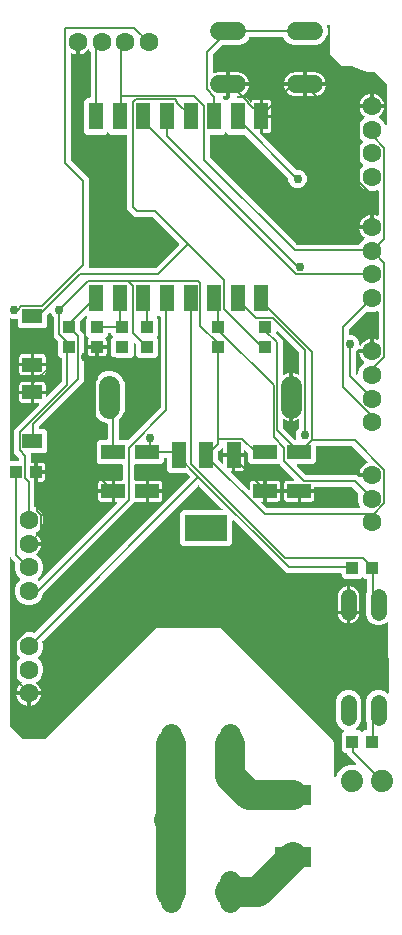
<source format=gbr>
G04 EAGLE Gerber RS-274X export*
G75*
%MOMM*%
%FSLAX34Y34*%
%LPD*%
%INTop Copper*%
%IPPOS*%
%AMOC8*
5,1,8,0,0,1.08239X$1,22.5*%
G01*
%ADD10R,1.200000X2.286000*%
%ADD11R,1.100000X1.000000*%
%ADD12R,1.000000X1.100000*%
%ADD13R,1.700000X1.282600*%
%ADD14C,1.320800*%
%ADD15C,1.879600*%
%ADD16C,1.600000*%
%ADD17R,2.032000X1.270000*%
%ADD18R,1.219200X2.235200*%
%ADD19R,3.600000X2.200000*%
%ADD20C,1.800000*%
%ADD21C,1.422400*%
%ADD22C,1.790700*%
%ADD23R,3.150000X1.780000*%
%ADD24C,1.524000*%
%ADD25C,0.152400*%
%ADD26C,0.756400*%
%ADD27C,2.540000*%

G36*
X287034Y132220D02*
X287034Y132220D01*
X287059Y132217D01*
X287155Y132238D01*
X287251Y132252D01*
X287274Y132264D01*
X287300Y132270D01*
X287383Y132320D01*
X287470Y132364D01*
X287489Y132382D01*
X287511Y132396D01*
X287574Y132470D01*
X287642Y132539D01*
X287658Y132568D01*
X287671Y132583D01*
X287683Y132613D01*
X287723Y132686D01*
X289579Y137166D01*
X293366Y140953D01*
X298314Y143003D01*
X303670Y143003D01*
X303851Y142928D01*
X303916Y142913D01*
X303966Y142892D01*
X304001Y142888D01*
X304039Y142877D01*
X304065Y142877D01*
X304091Y142872D01*
X304125Y142875D01*
X304132Y142874D01*
X304138Y142874D01*
X304169Y142879D01*
X304187Y142881D01*
X304285Y142883D01*
X304309Y142892D01*
X304335Y142895D01*
X304377Y142913D01*
X304381Y142914D01*
X304396Y142921D01*
X304424Y142934D01*
X304516Y142968D01*
X304536Y142984D01*
X304560Y142995D01*
X304596Y143027D01*
X304598Y143029D01*
X304606Y143036D01*
X304632Y143061D01*
X304708Y143121D01*
X304722Y143143D01*
X304741Y143161D01*
X304765Y143204D01*
X304768Y143207D01*
X304774Y143220D01*
X304788Y143246D01*
X304841Y143328D01*
X304847Y143354D01*
X304860Y143377D01*
X304868Y143424D01*
X304871Y143430D01*
X304874Y143456D01*
X304877Y143472D01*
X304901Y143567D01*
X304899Y143593D01*
X304904Y143619D01*
X304897Y143663D01*
X304898Y143675D01*
X304889Y143717D01*
X304882Y143812D01*
X304872Y143836D01*
X304868Y143862D01*
X304850Y143896D01*
X304846Y143915D01*
X304818Y143963D01*
X304786Y144038D01*
X304765Y144064D01*
X304756Y144081D01*
X304733Y144104D01*
X304720Y144126D01*
X304705Y144139D01*
X304681Y144169D01*
X296925Y151925D01*
X296925Y152234D01*
X296922Y152254D01*
X296924Y152273D01*
X296902Y152375D01*
X296886Y152477D01*
X296876Y152494D01*
X296872Y152514D01*
X296819Y152603D01*
X296770Y152694D01*
X296756Y152708D01*
X296746Y152725D01*
X296667Y152792D01*
X296592Y152864D01*
X296574Y152872D01*
X296559Y152885D01*
X296463Y152924D01*
X296369Y152967D01*
X296349Y152969D01*
X296331Y152977D01*
X296164Y152995D01*
X294696Y152995D01*
X292315Y155376D01*
X292315Y169744D01*
X293997Y171425D01*
X294024Y171462D01*
X294057Y171494D01*
X294095Y171562D01*
X294140Y171625D01*
X294154Y171669D01*
X294176Y171709D01*
X294190Y171786D01*
X294213Y171860D01*
X294211Y171906D01*
X294220Y171951D01*
X294208Y172028D01*
X294206Y172106D01*
X294191Y172149D01*
X294184Y172194D01*
X294149Y172264D01*
X294122Y172337D01*
X294093Y172373D01*
X294072Y172414D01*
X294017Y172468D01*
X293968Y172529D01*
X293930Y172554D01*
X293897Y172586D01*
X293777Y172652D01*
X293761Y172662D01*
X293756Y172663D01*
X293750Y172667D01*
X292155Y173327D01*
X289153Y176329D01*
X287529Y180250D01*
X287529Y197702D01*
X289153Y201623D01*
X292155Y204625D01*
X296076Y206249D01*
X300320Y206249D01*
X304241Y204625D01*
X307243Y201623D01*
X308867Y197702D01*
X308867Y180250D01*
X307243Y176329D01*
X304338Y173424D01*
X304296Y173366D01*
X304247Y173314D01*
X304225Y173267D01*
X304195Y173225D01*
X304174Y173156D01*
X304143Y173091D01*
X304138Y173039D01*
X304122Y172989D01*
X304124Y172918D01*
X304116Y172847D01*
X304127Y172796D01*
X304129Y172744D01*
X304153Y172676D01*
X304168Y172606D01*
X304195Y172561D01*
X304213Y172513D01*
X304258Y172457D01*
X304295Y172395D01*
X304334Y172361D01*
X304367Y172321D01*
X304427Y172282D01*
X304482Y172235D01*
X304530Y172216D01*
X304574Y172188D01*
X304643Y172170D01*
X304710Y172143D01*
X304781Y172135D01*
X304812Y172127D01*
X304835Y172129D01*
X304876Y172125D01*
X308064Y172125D01*
X309342Y170847D01*
X309358Y170835D01*
X309370Y170819D01*
X309458Y170763D01*
X309541Y170703D01*
X309560Y170697D01*
X309577Y170686D01*
X309678Y170661D01*
X309777Y170631D01*
X309796Y170631D01*
X309816Y170626D01*
X309919Y170634D01*
X310022Y170637D01*
X310041Y170644D01*
X310061Y170646D01*
X310156Y170686D01*
X310253Y170722D01*
X310269Y170734D01*
X310287Y170742D01*
X310418Y170847D01*
X311696Y172125D01*
X312928Y172125D01*
X312948Y172128D01*
X312967Y172126D01*
X313069Y172148D01*
X313171Y172164D01*
X313188Y172174D01*
X313208Y172178D01*
X313297Y172231D01*
X313388Y172280D01*
X313402Y172294D01*
X313419Y172304D01*
X313486Y172383D01*
X313558Y172458D01*
X313566Y172476D01*
X313579Y172491D01*
X313618Y172587D01*
X313661Y172681D01*
X313663Y172701D01*
X313671Y172719D01*
X313689Y172886D01*
X313689Y178264D01*
X313679Y178328D01*
X313678Y178394D01*
X313655Y178474D01*
X313650Y178506D01*
X313640Y178524D01*
X313631Y178555D01*
X312929Y180250D01*
X312929Y197702D01*
X314553Y201623D01*
X317555Y204625D01*
X321476Y206249D01*
X325720Y206249D01*
X329641Y204625D01*
X330874Y203392D01*
X330933Y203350D01*
X330986Y203300D01*
X331032Y203278D01*
X331073Y203249D01*
X331143Y203227D01*
X331209Y203197D01*
X331260Y203191D01*
X331308Y203176D01*
X331381Y203178D01*
X331454Y203171D01*
X331503Y203181D01*
X331554Y203183D01*
X331623Y203208D01*
X331694Y203224D01*
X331737Y203250D01*
X331785Y203267D01*
X331842Y203313D01*
X331905Y203350D01*
X331938Y203389D01*
X331977Y203421D01*
X332017Y203482D01*
X332064Y203538D01*
X332083Y203585D01*
X332110Y203628D01*
X332128Y203699D01*
X332155Y203766D01*
X332163Y203836D01*
X332170Y203866D01*
X332168Y203890D01*
X332173Y203933D01*
X331980Y263239D01*
X331968Y263308D01*
X331967Y263379D01*
X331948Y263429D01*
X331939Y263481D01*
X331906Y263543D01*
X331882Y263610D01*
X331849Y263651D01*
X331824Y263698D01*
X331772Y263747D01*
X331728Y263802D01*
X331683Y263831D01*
X331645Y263867D01*
X331581Y263897D01*
X331521Y263935D01*
X331470Y263948D01*
X331421Y263970D01*
X331351Y263978D01*
X331283Y263995D01*
X331230Y263991D01*
X331177Y263996D01*
X331108Y263981D01*
X331038Y263976D01*
X330989Y263955D01*
X330937Y263943D01*
X330876Y263907D01*
X330811Y263879D01*
X330754Y263833D01*
X330726Y263816D01*
X330711Y263799D01*
X330680Y263775D01*
X329641Y262735D01*
X325720Y261111D01*
X321476Y261111D01*
X317555Y262735D01*
X314553Y265737D01*
X312929Y269658D01*
X312929Y287110D01*
X313631Y288805D01*
X313646Y288869D01*
X313671Y288930D01*
X313680Y289013D01*
X313687Y289045D01*
X313686Y289064D01*
X313689Y289096D01*
X313689Y299554D01*
X313686Y299574D01*
X313688Y299593D01*
X313666Y299695D01*
X313650Y299797D01*
X313640Y299814D01*
X313636Y299834D01*
X313583Y299923D01*
X313534Y300014D01*
X313520Y300028D01*
X313510Y300045D01*
X313431Y300112D01*
X313356Y300184D01*
X313338Y300192D01*
X313323Y300205D01*
X313227Y300244D01*
X313133Y300287D01*
X313113Y300289D01*
X313095Y300297D01*
X312928Y300315D01*
X311696Y300315D01*
X310418Y301593D01*
X310402Y301605D01*
X310390Y301621D01*
X310302Y301677D01*
X310219Y301737D01*
X310200Y301743D01*
X310183Y301754D01*
X310082Y301779D01*
X309983Y301809D01*
X309964Y301809D01*
X309944Y301814D01*
X309841Y301806D01*
X309738Y301803D01*
X309719Y301796D01*
X309699Y301794D01*
X309604Y301754D01*
X309507Y301718D01*
X309491Y301706D01*
X309473Y301698D01*
X309342Y301593D01*
X308064Y300315D01*
X294696Y300315D01*
X292315Y302696D01*
X292315Y304546D01*
X292312Y304566D01*
X292314Y304585D01*
X292292Y304687D01*
X292276Y304789D01*
X292266Y304806D01*
X292262Y304826D01*
X292209Y304915D01*
X292160Y305006D01*
X292146Y305020D01*
X292136Y305037D01*
X292057Y305104D01*
X291982Y305176D01*
X291964Y305184D01*
X291949Y305197D01*
X291853Y305236D01*
X291759Y305279D01*
X291739Y305281D01*
X291721Y305289D01*
X291554Y305307D01*
X245651Y305307D01*
X201164Y349794D01*
X201106Y349836D01*
X201054Y349885D01*
X201007Y349907D01*
X200965Y349937D01*
X200896Y349958D01*
X200831Y349989D01*
X200779Y349994D01*
X200729Y350010D01*
X200658Y350008D01*
X200587Y350016D01*
X200536Y350005D01*
X200484Y350003D01*
X200416Y349979D01*
X200346Y349963D01*
X200301Y349937D01*
X200253Y349919D01*
X200197Y349874D01*
X200135Y349837D01*
X200101Y349798D01*
X200061Y349765D01*
X200022Y349705D01*
X199975Y349650D01*
X199956Y349602D01*
X199928Y349558D01*
X199910Y349489D01*
X199883Y349422D01*
X199875Y349351D01*
X199867Y349320D01*
X199869Y349296D01*
X199865Y349255D01*
X199865Y330595D01*
X197484Y328214D01*
X158116Y328214D01*
X155735Y330595D01*
X155735Y355963D01*
X158116Y358344D01*
X190776Y358344D01*
X190847Y358355D01*
X190919Y358357D01*
X190968Y358375D01*
X191019Y358383D01*
X191082Y358417D01*
X191150Y358442D01*
X191191Y358474D01*
X191237Y358499D01*
X191286Y358550D01*
X191342Y358595D01*
X191370Y358639D01*
X191406Y358677D01*
X191436Y358742D01*
X191475Y358802D01*
X191488Y358853D01*
X191510Y358900D01*
X191517Y358971D01*
X191535Y359041D01*
X191531Y359093D01*
X191537Y359144D01*
X191521Y359215D01*
X191516Y359286D01*
X191495Y359334D01*
X191484Y359385D01*
X191448Y359446D01*
X191420Y359512D01*
X191375Y359568D01*
X191358Y359596D01*
X191340Y359611D01*
X191315Y359643D01*
X171607Y379351D01*
X171591Y379362D01*
X171579Y379378D01*
X171491Y379434D01*
X171408Y379494D01*
X171389Y379500D01*
X171372Y379511D01*
X171271Y379536D01*
X171172Y379567D01*
X171153Y379566D01*
X171133Y379571D01*
X171030Y379563D01*
X170927Y379560D01*
X170908Y379553D01*
X170888Y379552D01*
X170793Y379511D01*
X170696Y379476D01*
X170680Y379463D01*
X170662Y379455D01*
X170531Y379351D01*
X39217Y248037D01*
X39149Y247943D01*
X39079Y247848D01*
X39077Y247842D01*
X39073Y247837D01*
X39039Y247726D01*
X39002Y247614D01*
X39003Y247608D01*
X39001Y247602D01*
X39004Y247485D01*
X39005Y247368D01*
X39007Y247361D01*
X39007Y247356D01*
X39013Y247338D01*
X39052Y247207D01*
X39585Y245920D01*
X39585Y241120D01*
X37748Y236686D01*
X35120Y234058D01*
X35109Y234042D01*
X35093Y234030D01*
X35037Y233942D01*
X34977Y233859D01*
X34971Y233840D01*
X34960Y233823D01*
X34935Y233722D01*
X34904Y233623D01*
X34905Y233604D01*
X34900Y233584D01*
X34908Y233481D01*
X34911Y233378D01*
X34918Y233359D01*
X34919Y233339D01*
X34960Y233244D01*
X34995Y233147D01*
X35008Y233131D01*
X35016Y233113D01*
X35120Y232982D01*
X37748Y230354D01*
X39585Y225920D01*
X39585Y221120D01*
X37748Y216686D01*
X34354Y213292D01*
X34113Y213192D01*
X34023Y213137D01*
X33931Y213085D01*
X33919Y213072D01*
X33903Y213062D01*
X33836Y212981D01*
X33766Y212904D01*
X33758Y212887D01*
X33747Y212873D01*
X33709Y212775D01*
X33667Y212678D01*
X33665Y212660D01*
X33658Y212643D01*
X33654Y212538D01*
X33645Y212433D01*
X33649Y212416D01*
X33648Y212398D01*
X33677Y212296D01*
X33702Y212194D01*
X33711Y212179D01*
X33717Y212161D01*
X33777Y212075D01*
X33832Y211986D01*
X33849Y211971D01*
X33857Y211959D01*
X33882Y211940D01*
X33956Y211873D01*
X34387Y211560D01*
X35560Y210387D01*
X36535Y209045D01*
X37288Y207566D01*
X37801Y205988D01*
X37951Y205043D01*
X28282Y205043D01*
X28262Y205040D01*
X28243Y205042D01*
X28141Y205020D01*
X28039Y205003D01*
X28022Y204994D01*
X28002Y204990D01*
X27913Y204937D01*
X27822Y204888D01*
X27808Y204874D01*
X27791Y204864D01*
X27724Y204785D01*
X27653Y204710D01*
X27644Y204692D01*
X27631Y204677D01*
X27593Y204581D01*
X27549Y204487D01*
X27547Y204467D01*
X27539Y204449D01*
X27521Y204282D01*
X27521Y203519D01*
X27519Y203519D01*
X27519Y204282D01*
X27516Y204302D01*
X27518Y204321D01*
X27496Y204423D01*
X27479Y204525D01*
X27470Y204542D01*
X27466Y204562D01*
X27413Y204651D01*
X27364Y204742D01*
X27350Y204756D01*
X27340Y204773D01*
X27261Y204840D01*
X27186Y204911D01*
X27168Y204920D01*
X27153Y204933D01*
X27057Y204972D01*
X26963Y205015D01*
X26943Y205017D01*
X26925Y205025D01*
X26758Y205043D01*
X17089Y205043D01*
X17239Y205988D01*
X17752Y207566D01*
X18505Y209045D01*
X19480Y210387D01*
X20653Y211560D01*
X21084Y211873D01*
X21157Y211947D01*
X21235Y212019D01*
X21244Y212035D01*
X21257Y212048D01*
X21303Y212142D01*
X21354Y212234D01*
X21357Y212252D01*
X21365Y212268D01*
X21379Y212373D01*
X21397Y212476D01*
X21395Y212494D01*
X21397Y212512D01*
X21377Y212615D01*
X21362Y212720D01*
X21353Y212736D01*
X21350Y212754D01*
X21298Y212845D01*
X21250Y212939D01*
X21237Y212952D01*
X21228Y212967D01*
X21149Y213038D01*
X21074Y213111D01*
X21055Y213122D01*
X21044Y213131D01*
X21015Y213144D01*
X20927Y213192D01*
X20686Y213292D01*
X17292Y216686D01*
X15455Y221120D01*
X15455Y225920D01*
X17292Y230354D01*
X19920Y232982D01*
X19931Y232998D01*
X19947Y233010D01*
X20003Y233098D01*
X20063Y233181D01*
X20069Y233200D01*
X20080Y233217D01*
X20105Y233318D01*
X20136Y233417D01*
X20135Y233436D01*
X20140Y233456D01*
X20132Y233559D01*
X20129Y233662D01*
X20122Y233681D01*
X20121Y233701D01*
X20080Y233796D01*
X20045Y233893D01*
X20032Y233909D01*
X20024Y233927D01*
X19920Y234058D01*
X17292Y236686D01*
X15455Y241120D01*
X15455Y245920D01*
X17292Y250354D01*
X20686Y253748D01*
X25120Y255585D01*
X29920Y255585D01*
X31708Y254844D01*
X31821Y254818D01*
X31935Y254789D01*
X31941Y254789D01*
X31947Y254788D01*
X32064Y254799D01*
X32180Y254808D01*
X32186Y254811D01*
X32192Y254811D01*
X32299Y254859D01*
X32406Y254904D01*
X32412Y254909D01*
X32417Y254911D01*
X32430Y254924D01*
X32537Y255009D01*
X163705Y386177D01*
X163716Y386193D01*
X163732Y386205D01*
X163788Y386293D01*
X163848Y386376D01*
X163854Y386395D01*
X163865Y386412D01*
X163890Y386513D01*
X163921Y386612D01*
X163920Y386631D01*
X163925Y386651D01*
X163917Y386754D01*
X163914Y386857D01*
X163907Y386876D01*
X163906Y386896D01*
X163865Y386991D01*
X163830Y387088D01*
X163817Y387104D01*
X163809Y387122D01*
X163705Y387253D01*
X161165Y389793D01*
X161091Y389846D01*
X161021Y389906D01*
X160991Y389918D01*
X160965Y389937D01*
X160878Y389964D01*
X160793Y389998D01*
X160752Y390002D01*
X160730Y390009D01*
X160698Y390008D01*
X160626Y390016D01*
X146906Y390016D01*
X144525Y392397D01*
X144525Y402082D01*
X144522Y402102D01*
X144524Y402121D01*
X144502Y402223D01*
X144486Y402325D01*
X144476Y402342D01*
X144472Y402362D01*
X144419Y402451D01*
X144370Y402542D01*
X144356Y402556D01*
X144346Y402573D01*
X144267Y402640D01*
X144192Y402712D01*
X144174Y402720D01*
X144159Y402733D01*
X144063Y402772D01*
X143969Y402815D01*
X143949Y402817D01*
X143931Y402825D01*
X143764Y402843D01*
X142938Y402843D01*
X142919Y402840D01*
X142899Y402842D01*
X142798Y402820D01*
X142696Y402804D01*
X142678Y402794D01*
X142659Y402790D01*
X142570Y402737D01*
X142478Y402688D01*
X142465Y402674D01*
X142448Y402664D01*
X142380Y402585D01*
X142309Y402510D01*
X142301Y402492D01*
X142288Y402477D01*
X142249Y402381D01*
X142205Y402287D01*
X142203Y402267D01*
X142196Y402249D01*
X142177Y402082D01*
X142177Y399636D01*
X139796Y397255D01*
X117602Y397255D01*
X117582Y397252D01*
X117563Y397254D01*
X117461Y397232D01*
X117359Y397216D01*
X117342Y397206D01*
X117322Y397202D01*
X117233Y397149D01*
X117142Y397100D01*
X117128Y397086D01*
X117111Y397076D01*
X117044Y396997D01*
X116972Y396922D01*
X116964Y396904D01*
X116951Y396889D01*
X116912Y396793D01*
X116869Y396699D01*
X116867Y396679D01*
X116859Y396661D01*
X116841Y396494D01*
X116841Y384302D01*
X116844Y384282D01*
X116842Y384263D01*
X116864Y384161D01*
X116880Y384059D01*
X116890Y384042D01*
X116894Y384022D01*
X116947Y383933D01*
X116996Y383842D01*
X117010Y383828D01*
X117020Y383811D01*
X117099Y383744D01*
X117174Y383672D01*
X117192Y383664D01*
X117207Y383651D01*
X117303Y383612D01*
X117397Y383569D01*
X117417Y383567D01*
X117435Y383559D01*
X117602Y383541D01*
X126429Y383541D01*
X126429Y375412D01*
X126433Y375392D01*
X126430Y375373D01*
X126452Y375271D01*
X126469Y375169D01*
X126478Y375152D01*
X126483Y375132D01*
X126536Y375043D01*
X126584Y374952D01*
X126599Y374938D01*
X126609Y374921D01*
X126687Y374854D01*
X126762Y374783D01*
X126781Y374774D01*
X126796Y374761D01*
X126892Y374722D01*
X126986Y374679D01*
X127005Y374677D01*
X127024Y374669D01*
X127191Y374651D01*
X127953Y374651D01*
X127953Y374649D01*
X127191Y374649D01*
X127171Y374646D01*
X127151Y374648D01*
X127050Y374626D01*
X126948Y374609D01*
X126930Y374600D01*
X126911Y374596D01*
X126822Y374543D01*
X126730Y374494D01*
X126717Y374480D01*
X126700Y374470D01*
X126632Y374391D01*
X126561Y374316D01*
X126553Y374298D01*
X126540Y374283D01*
X126501Y374187D01*
X126457Y374093D01*
X126455Y374073D01*
X126448Y374055D01*
X126429Y373888D01*
X126429Y365759D01*
X117602Y365759D01*
X117582Y365756D01*
X117563Y365758D01*
X117461Y365736D01*
X117359Y365720D01*
X117342Y365710D01*
X117322Y365706D01*
X117233Y365653D01*
X117142Y365604D01*
X117128Y365590D01*
X117111Y365580D01*
X117044Y365501D01*
X116972Y365426D01*
X116964Y365408D01*
X39808Y288252D01*
X39755Y288178D01*
X39695Y288108D01*
X39683Y288078D01*
X39664Y288052D01*
X39637Y287965D01*
X39603Y287880D01*
X39599Y287839D01*
X39592Y287817D01*
X39593Y287785D01*
X39585Y287713D01*
X39585Y287640D01*
X37748Y283206D01*
X34354Y279812D01*
X29920Y277975D01*
X25120Y277975D01*
X20686Y279812D01*
X17292Y283206D01*
X15455Y287640D01*
X15455Y292440D01*
X17292Y296874D01*
X19920Y299502D01*
X19931Y299518D01*
X19947Y299530D01*
X20003Y299618D01*
X20063Y299701D01*
X20069Y299720D01*
X20080Y299737D01*
X20105Y299838D01*
X20136Y299937D01*
X20135Y299956D01*
X20140Y299976D01*
X20132Y300079D01*
X20129Y300182D01*
X20122Y300201D01*
X20121Y300221D01*
X20080Y300316D01*
X20045Y300413D01*
X20032Y300429D01*
X20024Y300447D01*
X19920Y300578D01*
X17292Y303206D01*
X15455Y307640D01*
X15455Y312440D01*
X16094Y313982D01*
X16120Y314095D01*
X16149Y314209D01*
X16149Y314215D01*
X16150Y314221D01*
X16139Y314338D01*
X16130Y314454D01*
X16128Y314460D01*
X16127Y314466D01*
X16079Y314573D01*
X16034Y314680D01*
X16029Y314686D01*
X16027Y314691D01*
X16014Y314704D01*
X15929Y314811D01*
X12542Y318198D01*
X12484Y318240D01*
X12432Y318289D01*
X12385Y318311D01*
X12343Y318341D01*
X12274Y318362D01*
X12209Y318393D01*
X12157Y318398D01*
X12107Y318414D01*
X12036Y318412D01*
X11965Y318420D01*
X11914Y318409D01*
X11862Y318407D01*
X11794Y318383D01*
X11724Y318367D01*
X11679Y318341D01*
X11631Y318323D01*
X11575Y318278D01*
X11513Y318241D01*
X11479Y318202D01*
X11439Y318169D01*
X11400Y318109D01*
X11353Y318054D01*
X11334Y318006D01*
X11306Y317962D01*
X11288Y317893D01*
X11261Y317826D01*
X11253Y317755D01*
X11245Y317724D01*
X11247Y317700D01*
X11243Y317659D01*
X11243Y175956D01*
X11257Y175866D01*
X11265Y175775D01*
X11277Y175745D01*
X11282Y175713D01*
X11325Y175633D01*
X11361Y175549D01*
X11387Y175517D01*
X11398Y175496D01*
X11421Y175474D01*
X11466Y175418D01*
X22322Y164562D01*
X22396Y164509D01*
X22465Y164449D01*
X22495Y164437D01*
X22521Y164418D01*
X22608Y164391D01*
X22693Y164357D01*
X22734Y164353D01*
X22757Y164346D01*
X22789Y164347D01*
X22860Y164339D01*
X40640Y164339D01*
X40730Y164354D01*
X40821Y164361D01*
X40851Y164373D01*
X40883Y164379D01*
X40963Y164421D01*
X41047Y164457D01*
X41079Y164483D01*
X41100Y164494D01*
X41122Y164517D01*
X41178Y164562D01*
X134935Y258319D01*
X190185Y258319D01*
X286259Y162245D01*
X286259Y132978D01*
X286274Y132882D01*
X286284Y132785D01*
X286294Y132761D01*
X286299Y132735D01*
X286344Y132649D01*
X286384Y132560D01*
X286401Y132541D01*
X286414Y132518D01*
X286484Y132450D01*
X286550Y132379D01*
X286573Y132366D01*
X286592Y132348D01*
X286680Y132307D01*
X286766Y132260D01*
X286791Y132256D01*
X286815Y132245D01*
X286912Y132234D01*
X287008Y132216D01*
X287034Y132220D01*
G37*
G36*
X306590Y583204D02*
X306590Y583204D01*
X306706Y583221D01*
X306712Y583223D01*
X306718Y583224D01*
X306820Y583279D01*
X306926Y583332D01*
X306930Y583337D01*
X306935Y583340D01*
X307016Y583424D01*
X307098Y583508D01*
X307101Y583514D01*
X307105Y583518D01*
X307113Y583535D01*
X307179Y583655D01*
X307692Y584894D01*
X311086Y588288D01*
X311327Y588388D01*
X311417Y588443D01*
X311509Y588495D01*
X311521Y588508D01*
X311537Y588518D01*
X311604Y588599D01*
X311674Y588676D01*
X311682Y588693D01*
X311693Y588707D01*
X311731Y588805D01*
X311773Y588902D01*
X311775Y588920D01*
X311782Y588937D01*
X311786Y589042D01*
X311795Y589147D01*
X311791Y589164D01*
X311792Y589182D01*
X311763Y589283D01*
X311738Y589386D01*
X311729Y589401D01*
X311723Y589419D01*
X311664Y589505D01*
X311608Y589594D01*
X311591Y589609D01*
X311583Y589621D01*
X311558Y589640D01*
X311484Y589707D01*
X311053Y590020D01*
X309880Y591193D01*
X308905Y592535D01*
X308152Y594014D01*
X307639Y595592D01*
X307489Y596537D01*
X317158Y596537D01*
X317178Y596540D01*
X317197Y596538D01*
X317299Y596560D01*
X317401Y596577D01*
X317418Y596586D01*
X317438Y596590D01*
X317527Y596643D01*
X317618Y596692D01*
X317632Y596706D01*
X317649Y596716D01*
X317716Y596795D01*
X317787Y596870D01*
X317796Y596888D01*
X317809Y596903D01*
X317847Y596999D01*
X317891Y597093D01*
X317893Y597113D01*
X317901Y597131D01*
X317919Y597298D01*
X317919Y598061D01*
X318682Y598061D01*
X318702Y598064D01*
X318721Y598062D01*
X318823Y598084D01*
X318925Y598101D01*
X318942Y598110D01*
X318962Y598114D01*
X319051Y598167D01*
X319142Y598216D01*
X319156Y598230D01*
X319173Y598240D01*
X319240Y598319D01*
X319311Y598394D01*
X319320Y598412D01*
X319333Y598427D01*
X319372Y598523D01*
X319415Y598617D01*
X319417Y598637D01*
X319425Y598655D01*
X319443Y598822D01*
X319443Y608491D01*
X320388Y608341D01*
X321966Y607828D01*
X322488Y607562D01*
X322560Y607539D01*
X322629Y607508D01*
X322677Y607502D01*
X322723Y607488D01*
X322798Y607489D01*
X322873Y607480D01*
X322921Y607491D01*
X322969Y607491D01*
X323040Y607517D01*
X323114Y607533D01*
X323155Y607557D01*
X323201Y607573D01*
X323260Y607620D01*
X323325Y607659D01*
X323356Y607695D01*
X323394Y607725D01*
X323436Y607788D01*
X323485Y607846D01*
X323503Y607890D01*
X323529Y607931D01*
X323548Y608004D01*
X323577Y608074D01*
X323584Y608139D01*
X323592Y608169D01*
X323590Y608194D01*
X323595Y608241D01*
X323595Y628713D01*
X323588Y628758D01*
X323590Y628804D01*
X323568Y628879D01*
X323556Y628955D01*
X323534Y628996D01*
X323521Y629040D01*
X323477Y629104D01*
X323440Y629173D01*
X323407Y629204D01*
X323381Y629242D01*
X323319Y629289D01*
X323262Y629342D01*
X323220Y629362D01*
X323184Y629389D01*
X323110Y629413D01*
X323039Y629446D01*
X322993Y629451D01*
X322950Y629465D01*
X322872Y629464D01*
X322795Y629473D01*
X322750Y629463D01*
X322704Y629463D01*
X322572Y629425D01*
X322554Y629421D01*
X322550Y629418D01*
X322543Y629416D01*
X320320Y628495D01*
X315520Y628495D01*
X311086Y630332D01*
X307692Y633726D01*
X305855Y638160D01*
X305855Y642960D01*
X307692Y647394D01*
X310320Y650022D01*
X310331Y650038D01*
X310347Y650050D01*
X310403Y650138D01*
X310463Y650221D01*
X310469Y650240D01*
X310480Y650257D01*
X310505Y650358D01*
X310536Y650457D01*
X310535Y650476D01*
X310540Y650496D01*
X310532Y650599D01*
X310529Y650702D01*
X310522Y650721D01*
X310521Y650741D01*
X310480Y650836D01*
X310445Y650933D01*
X310432Y650949D01*
X310424Y650967D01*
X310320Y651098D01*
X307692Y653726D01*
X305855Y658160D01*
X305855Y662960D01*
X307692Y667394D01*
X310320Y670022D01*
X310331Y670038D01*
X310347Y670050D01*
X310403Y670138D01*
X310463Y670221D01*
X310469Y670240D01*
X310480Y670257D01*
X310505Y670358D01*
X310536Y670457D01*
X310535Y670476D01*
X310540Y670496D01*
X310532Y670599D01*
X310529Y670702D01*
X310522Y670721D01*
X310521Y670741D01*
X310480Y670836D01*
X310445Y670933D01*
X310432Y670949D01*
X310424Y670967D01*
X310320Y671098D01*
X307692Y673726D01*
X305855Y678160D01*
X305855Y682960D01*
X307692Y687394D01*
X311086Y690788D01*
X311327Y690888D01*
X311417Y690943D01*
X311509Y690995D01*
X311521Y691008D01*
X311537Y691018D01*
X311604Y691099D01*
X311674Y691176D01*
X311682Y691193D01*
X311693Y691207D01*
X311731Y691305D01*
X311773Y691402D01*
X311775Y691420D01*
X311782Y691437D01*
X311786Y691542D01*
X311795Y691647D01*
X311791Y691664D01*
X311792Y691682D01*
X311763Y691784D01*
X311738Y691886D01*
X311729Y691901D01*
X311723Y691919D01*
X311663Y692005D01*
X311608Y692094D01*
X311591Y692109D01*
X311583Y692121D01*
X311558Y692140D01*
X311484Y692207D01*
X311053Y692520D01*
X309880Y693693D01*
X308905Y695035D01*
X308152Y696514D01*
X307639Y698092D01*
X307489Y699037D01*
X317158Y699037D01*
X317178Y699040D01*
X317197Y699038D01*
X317299Y699060D01*
X317401Y699077D01*
X317418Y699086D01*
X317438Y699090D01*
X317527Y699143D01*
X317618Y699192D01*
X317632Y699206D01*
X317649Y699216D01*
X317716Y699295D01*
X317787Y699370D01*
X317796Y699388D01*
X317809Y699403D01*
X317847Y699499D01*
X317891Y699593D01*
X317893Y699613D01*
X317901Y699631D01*
X317919Y699798D01*
X317919Y700561D01*
X317921Y700561D01*
X317921Y699798D01*
X317924Y699778D01*
X317922Y699759D01*
X317944Y699657D01*
X317961Y699555D01*
X317970Y699538D01*
X317974Y699518D01*
X318027Y699429D01*
X318076Y699338D01*
X318090Y699324D01*
X318100Y699307D01*
X318179Y699240D01*
X318254Y699169D01*
X318272Y699160D01*
X318287Y699147D01*
X318383Y699108D01*
X318477Y699065D01*
X318497Y699063D01*
X318515Y699055D01*
X318682Y699037D01*
X328351Y699037D01*
X328201Y698092D01*
X327688Y696514D01*
X326935Y695035D01*
X325960Y693693D01*
X324787Y692520D01*
X324356Y692207D01*
X324283Y692133D01*
X324205Y692061D01*
X324196Y692045D01*
X324183Y692032D01*
X324137Y691938D01*
X324086Y691846D01*
X324083Y691828D01*
X324075Y691812D01*
X324061Y691707D01*
X324043Y691604D01*
X324045Y691586D01*
X324043Y691568D01*
X324063Y691465D01*
X324078Y691360D01*
X324087Y691344D01*
X324090Y691326D01*
X324142Y691235D01*
X324190Y691141D01*
X324203Y691128D01*
X324212Y691113D01*
X324291Y691042D01*
X324366Y690969D01*
X324385Y690958D01*
X324396Y690949D01*
X324425Y690936D01*
X324513Y690888D01*
X324754Y690788D01*
X328148Y687394D01*
X329141Y684997D01*
X329193Y684913D01*
X329239Y684826D01*
X329257Y684809D01*
X329271Y684788D01*
X329346Y684725D01*
X329418Y684657D01*
X329441Y684647D01*
X329460Y684631D01*
X329552Y684596D01*
X329642Y684555D01*
X329666Y684552D01*
X329690Y684543D01*
X329788Y684539D01*
X329886Y684528D01*
X329910Y684534D01*
X329935Y684533D01*
X330030Y684560D01*
X330126Y684581D01*
X330148Y684594D01*
X330172Y684601D01*
X330253Y684657D01*
X330337Y684708D01*
X330353Y684727D01*
X330374Y684741D01*
X330432Y684820D01*
X330496Y684896D01*
X330506Y684919D01*
X330520Y684939D01*
X330551Y685032D01*
X330588Y685124D01*
X330591Y685155D01*
X330597Y685173D01*
X330596Y685206D01*
X330605Y685291D01*
X330495Y719289D01*
X330480Y719378D01*
X330473Y719467D01*
X330460Y719498D01*
X330454Y719532D01*
X330412Y719611D01*
X330377Y719694D01*
X330350Y719727D01*
X330338Y719749D01*
X330315Y719770D01*
X330272Y719825D01*
X320510Y729586D01*
X320436Y729639D01*
X320367Y729699D01*
X320337Y729711D01*
X320311Y729730D01*
X320224Y729757D01*
X320139Y729791D01*
X320098Y729795D01*
X320075Y729802D01*
X320043Y729801D01*
X319972Y729809D01*
X313611Y729809D01*
X306716Y731657D01*
X301411Y734719D01*
X301305Y734760D01*
X301197Y734803D01*
X301187Y734804D01*
X301181Y734806D01*
X301159Y734807D01*
X301031Y734821D01*
X292415Y734821D01*
X282701Y744535D01*
X282701Y768256D01*
X282698Y768276D01*
X282700Y768295D01*
X282678Y768397D01*
X282662Y768499D01*
X282652Y768516D01*
X282648Y768536D01*
X282595Y768625D01*
X282546Y768716D01*
X282532Y768730D01*
X282522Y768747D01*
X282443Y768814D01*
X282368Y768886D01*
X282350Y768894D01*
X282335Y768907D01*
X282239Y768946D01*
X282145Y768989D01*
X282125Y768991D01*
X282107Y768999D01*
X281940Y769017D01*
X280559Y769017D01*
X280514Y769010D01*
X280468Y769012D01*
X280393Y768990D01*
X280316Y768978D01*
X280276Y768956D01*
X280232Y768943D01*
X280168Y768899D01*
X280099Y768862D01*
X280067Y768829D01*
X280030Y768803D01*
X279983Y768741D01*
X279929Y768684D01*
X279910Y768642D01*
X279883Y768606D01*
X279859Y768532D01*
X279826Y768461D01*
X279821Y768415D01*
X279807Y768372D01*
X279807Y768294D01*
X279799Y768217D01*
X279809Y768172D01*
X279809Y768126D01*
X279847Y767994D01*
X279851Y767976D01*
X279854Y767972D01*
X279856Y767965D01*
X280417Y766610D01*
X280417Y761962D01*
X278638Y757667D01*
X275351Y754380D01*
X271056Y752601D01*
X251168Y752601D01*
X246873Y754380D01*
X243586Y757667D01*
X243039Y758989D01*
X242977Y759089D01*
X242917Y759189D01*
X242912Y759193D01*
X242909Y759198D01*
X242818Y759273D01*
X242730Y759349D01*
X242724Y759351D01*
X242719Y759355D01*
X242611Y759397D01*
X242502Y759441D01*
X242494Y759442D01*
X242490Y759443D01*
X242472Y759444D01*
X242335Y759459D01*
X214865Y759459D01*
X214750Y759440D01*
X214634Y759423D01*
X214628Y759421D01*
X214622Y759420D01*
X214520Y759365D01*
X214415Y759312D01*
X214410Y759307D01*
X214405Y759304D01*
X214325Y759220D01*
X214242Y759136D01*
X214239Y759130D01*
X214235Y759126D01*
X214227Y759109D01*
X214161Y758989D01*
X213614Y757667D01*
X210327Y754380D01*
X206032Y752601D01*
X191291Y752601D01*
X191201Y752587D01*
X191110Y752579D01*
X191080Y752567D01*
X191048Y752562D01*
X190967Y752519D01*
X190883Y752483D01*
X190851Y752457D01*
X190831Y752446D01*
X190808Y752423D01*
X190752Y752378D01*
X183358Y744984D01*
X183305Y744910D01*
X183245Y744840D01*
X183233Y744810D01*
X183214Y744784D01*
X183187Y744697D01*
X183153Y744612D01*
X183149Y744571D01*
X183142Y744549D01*
X183143Y744517D01*
X183135Y744445D01*
X183135Y729002D01*
X183147Y728928D01*
X183150Y728852D01*
X183167Y728807D01*
X183174Y728760D01*
X183210Y728693D01*
X183237Y728622D01*
X183267Y728585D01*
X183290Y728542D01*
X183344Y728490D01*
X183392Y728432D01*
X183433Y728406D01*
X183468Y728373D01*
X183536Y728341D01*
X183601Y728301D01*
X183647Y728290D01*
X183691Y728269D01*
X183766Y728261D01*
X183840Y728243D01*
X183888Y728248D01*
X183935Y728242D01*
X184009Y728258D01*
X184085Y728265D01*
X184145Y728288D01*
X184176Y728294D01*
X184198Y728308D01*
X184242Y728324D01*
X184567Y728490D01*
X186089Y728985D01*
X187668Y729235D01*
X194565Y729235D01*
X194565Y719836D01*
X194568Y719816D01*
X194566Y719797D01*
X194588Y719695D01*
X194605Y719593D01*
X194614Y719576D01*
X194618Y719556D01*
X194671Y719467D01*
X194720Y719376D01*
X194734Y719362D01*
X194744Y719345D01*
X194823Y719278D01*
X194898Y719207D01*
X194916Y719198D01*
X194931Y719185D01*
X195027Y719147D01*
X195121Y719103D01*
X195141Y719101D01*
X195159Y719093D01*
X195326Y719075D01*
X196089Y719075D01*
X196089Y719073D01*
X195326Y719073D01*
X195306Y719070D01*
X195287Y719072D01*
X195185Y719050D01*
X195083Y719033D01*
X195066Y719024D01*
X195046Y719020D01*
X194957Y718967D01*
X194866Y718918D01*
X194852Y718904D01*
X194835Y718894D01*
X194768Y718815D01*
X194697Y718740D01*
X194688Y718722D01*
X194675Y718707D01*
X194636Y718611D01*
X194593Y718517D01*
X194591Y718497D01*
X194583Y718479D01*
X194565Y718312D01*
X194565Y708913D01*
X192434Y708913D01*
X192363Y708902D01*
X192291Y708900D01*
X192242Y708882D01*
X192191Y708874D01*
X192128Y708840D01*
X192060Y708815D01*
X192020Y708783D01*
X191974Y708758D01*
X191924Y708707D01*
X191868Y708662D01*
X191840Y708618D01*
X191804Y708580D01*
X191774Y708515D01*
X191735Y708455D01*
X191723Y708404D01*
X191701Y708357D01*
X191693Y708286D01*
X191675Y708216D01*
X191679Y708164D01*
X191674Y708113D01*
X191689Y708042D01*
X191694Y707971D01*
X191715Y707923D01*
X191726Y707872D01*
X191763Y707811D01*
X191791Y707745D01*
X191835Y707689D01*
X191852Y707661D01*
X191870Y707646D01*
X191895Y707614D01*
X193878Y705631D01*
X193894Y705620D01*
X193907Y705604D01*
X193987Y705552D01*
X193992Y705548D01*
X193996Y705546D01*
X194078Y705488D01*
X194097Y705482D01*
X194113Y705471D01*
X194214Y705446D01*
X194313Y705415D01*
X194333Y705416D01*
X194352Y705411D01*
X194455Y705419D01*
X194559Y705422D01*
X194577Y705429D01*
X194597Y705430D01*
X194692Y705470D01*
X194790Y705506D01*
X194805Y705519D01*
X194824Y705526D01*
X194955Y705631D01*
X196733Y707409D01*
X196850Y707409D01*
X196870Y707413D01*
X196889Y707410D01*
X196991Y707432D01*
X197093Y707449D01*
X197110Y707458D01*
X197130Y707463D01*
X197219Y707516D01*
X197310Y707564D01*
X197324Y707579D01*
X197341Y707589D01*
X197408Y707667D01*
X197479Y707742D01*
X197488Y707761D01*
X197501Y707776D01*
X197540Y707872D01*
X197583Y707966D01*
X197585Y707985D01*
X197593Y708004D01*
X197611Y708171D01*
X197611Y717551D01*
X213754Y717551D01*
X213619Y716695D01*
X213124Y715174D01*
X212398Y713749D01*
X211458Y712455D01*
X210327Y711324D01*
X209033Y710384D01*
X207608Y709658D01*
X206087Y709163D01*
X204565Y708922D01*
X204505Y708902D01*
X204442Y708892D01*
X204389Y708864D01*
X204332Y708845D01*
X204281Y708807D01*
X204224Y708777D01*
X204183Y708734D01*
X204135Y708698D01*
X204099Y708645D01*
X204055Y708599D01*
X204030Y708544D01*
X203996Y708495D01*
X203978Y708434D01*
X203951Y708376D01*
X203945Y708316D01*
X203928Y708258D01*
X203931Y708195D01*
X203924Y708131D01*
X203937Y708072D01*
X203940Y708013D01*
X203963Y707953D01*
X203977Y707891D01*
X204007Y707839D01*
X204029Y707783D01*
X204070Y707734D01*
X204103Y707680D01*
X204148Y707641D01*
X204187Y707595D01*
X204241Y707561D01*
X204290Y707520D01*
X204345Y707497D01*
X204396Y707466D01*
X204458Y707452D01*
X204518Y707428D01*
X204604Y707418D01*
X204636Y707411D01*
X204660Y707412D01*
X204684Y707409D01*
X212100Y707409D01*
X214481Y705028D01*
X214481Y704257D01*
X214485Y704233D01*
X214482Y704209D01*
X214505Y704112D01*
X214521Y704014D01*
X214532Y703993D01*
X214537Y703969D01*
X214589Y703884D01*
X214636Y703797D01*
X214653Y703780D01*
X214666Y703760D01*
X214742Y703696D01*
X214814Y703627D01*
X214836Y703617D01*
X214854Y703602D01*
X214947Y703566D01*
X215037Y703524D01*
X215061Y703521D01*
X215084Y703512D01*
X215183Y703508D01*
X215282Y703497D01*
X215305Y703502D01*
X215329Y703501D01*
X215425Y703528D01*
X215522Y703549D01*
X215543Y703561D01*
X215566Y703568D01*
X215648Y703624D01*
X215733Y703675D01*
X215749Y703693D01*
X215769Y703707D01*
X215828Y703786D01*
X215893Y703862D01*
X215902Y703884D01*
X215917Y703904D01*
X215978Y704060D01*
X216049Y704325D01*
X216383Y704905D01*
X216856Y705378D01*
X217436Y705712D01*
X218082Y705885D01*
X222893Y705885D01*
X222893Y692677D01*
X222896Y692657D01*
X222894Y692637D01*
X222916Y692536D01*
X222933Y692434D01*
X222942Y692416D01*
X222946Y692397D01*
X223000Y692308D01*
X223048Y692217D01*
X223062Y692203D01*
X223073Y692186D01*
X223151Y692118D01*
X223226Y692047D01*
X223244Y692039D01*
X223259Y692026D01*
X223356Y691987D01*
X223449Y691944D01*
X223469Y691941D01*
X223488Y691934D01*
X223654Y691915D01*
X224417Y691915D01*
X224417Y691914D01*
X223654Y691914D01*
X223635Y691910D01*
X223615Y691913D01*
X223514Y691891D01*
X223412Y691874D01*
X223394Y691865D01*
X223374Y691860D01*
X223285Y691807D01*
X223194Y691759D01*
X223180Y691744D01*
X223163Y691734D01*
X223096Y691656D01*
X223025Y691581D01*
X223016Y691562D01*
X223003Y691547D01*
X222965Y691451D01*
X222921Y691357D01*
X222919Y691338D01*
X222912Y691319D01*
X222893Y691152D01*
X222893Y678039D01*
X222908Y677949D01*
X222915Y677858D01*
X222928Y677828D01*
X222933Y677796D01*
X222951Y677763D01*
X222953Y677753D01*
X222977Y677713D01*
X223011Y677632D01*
X223037Y677600D01*
X223048Y677579D01*
X223068Y677560D01*
X223079Y677542D01*
X223093Y677530D01*
X223116Y677501D01*
X253737Y646880D01*
X253811Y646827D01*
X253881Y646767D01*
X253911Y646755D01*
X253937Y646736D01*
X254024Y646709D01*
X254109Y646675D01*
X254150Y646671D01*
X254172Y646664D01*
X254204Y646665D01*
X254275Y646657D01*
X256577Y646657D01*
X259461Y645462D01*
X261668Y643255D01*
X262863Y640371D01*
X262863Y637249D01*
X261668Y634365D01*
X259461Y632158D01*
X256577Y630963D01*
X253455Y630963D01*
X250571Y632158D01*
X248364Y634365D01*
X247169Y637249D01*
X247169Y639480D01*
X247155Y639570D01*
X247147Y639661D01*
X247135Y639691D01*
X247130Y639723D01*
X247087Y639804D01*
X247051Y639887D01*
X247025Y639920D01*
X247014Y639940D01*
X246991Y639962D01*
X246946Y640018D01*
X210768Y676197D01*
X210694Y676250D01*
X210624Y676309D01*
X210594Y676322D01*
X210568Y676340D01*
X210481Y676367D01*
X210396Y676401D01*
X210355Y676406D01*
X210333Y676413D01*
X210301Y676412D01*
X210230Y676420D01*
X196733Y676420D01*
X194955Y678198D01*
X194938Y678210D01*
X194926Y678225D01*
X194839Y678281D01*
X194755Y678341D01*
X194736Y678347D01*
X194719Y678358D01*
X194618Y678383D01*
X194520Y678414D01*
X194500Y678413D01*
X194480Y678418D01*
X194377Y678410D01*
X194274Y678407D01*
X194255Y678401D01*
X194235Y678399D01*
X194140Y678359D01*
X194043Y678323D01*
X194027Y678310D01*
X194009Y678303D01*
X193878Y678198D01*
X192100Y676420D01*
X181610Y676420D01*
X181590Y676417D01*
X181571Y676419D01*
X181469Y676397D01*
X181367Y676380D01*
X181350Y676371D01*
X181330Y676367D01*
X181241Y676313D01*
X181150Y676265D01*
X181136Y676251D01*
X181119Y676240D01*
X181052Y676162D01*
X180980Y676087D01*
X180972Y676069D01*
X180959Y676053D01*
X180920Y675957D01*
X180877Y675864D01*
X180875Y675844D01*
X180867Y675825D01*
X180849Y675659D01*
X180849Y657635D01*
X180863Y657545D01*
X180871Y657454D01*
X180883Y657424D01*
X180888Y657392D01*
X180931Y657311D01*
X180967Y657227D01*
X180993Y657195D01*
X181004Y657175D01*
X181027Y657152D01*
X181072Y657096D01*
X254760Y583408D01*
X254834Y583355D01*
X254904Y583295D01*
X254934Y583283D01*
X254960Y583264D01*
X255047Y583237D01*
X255132Y583203D01*
X255173Y583199D01*
X255195Y583192D01*
X255227Y583193D01*
X255299Y583185D01*
X306475Y583185D01*
X306590Y583204D01*
G37*
G36*
X36302Y298685D02*
X36302Y298685D01*
X36405Y298688D01*
X36424Y298695D01*
X36444Y298696D01*
X36539Y298737D01*
X36636Y298772D01*
X36652Y298785D01*
X36670Y298793D01*
X36801Y298897D01*
X102364Y364460D01*
X102406Y364518D01*
X102455Y364570D01*
X102477Y364617D01*
X102507Y364659D01*
X102528Y364728D01*
X102559Y364793D01*
X102564Y364845D01*
X102580Y364895D01*
X102578Y364966D01*
X102586Y365037D01*
X102575Y365088D01*
X102573Y365140D01*
X102549Y365208D01*
X102533Y365278D01*
X102507Y365323D01*
X102489Y365371D01*
X102444Y365427D01*
X102407Y365489D01*
X102368Y365523D01*
X102335Y365563D01*
X102275Y365602D01*
X102220Y365649D01*
X102172Y365668D01*
X102128Y365696D01*
X102059Y365714D01*
X101992Y365741D01*
X101921Y365749D01*
X101890Y365757D01*
X101866Y365755D01*
X101825Y365759D01*
X100583Y365759D01*
X100583Y373888D01*
X100580Y373908D01*
X100582Y373927D01*
X100560Y374029D01*
X100543Y374131D01*
X100534Y374148D01*
X100530Y374168D01*
X100477Y374257D01*
X100428Y374348D01*
X100414Y374362D01*
X100404Y374379D01*
X100325Y374446D01*
X100250Y374517D01*
X100232Y374526D01*
X100217Y374539D01*
X100121Y374578D01*
X100027Y374621D01*
X100007Y374623D01*
X99989Y374631D01*
X99822Y374649D01*
X99059Y374649D01*
X99059Y374651D01*
X99822Y374651D01*
X99842Y374654D01*
X99861Y374652D01*
X99963Y374674D01*
X100065Y374691D01*
X100082Y374700D01*
X100102Y374704D01*
X100191Y374757D01*
X100282Y374806D01*
X100296Y374820D01*
X100313Y374830D01*
X100380Y374909D01*
X100451Y374984D01*
X100460Y375002D01*
X100473Y375017D01*
X100512Y375113D01*
X100555Y375207D01*
X100557Y375227D01*
X100565Y375245D01*
X100583Y375412D01*
X100583Y383541D01*
X106426Y383541D01*
X106446Y383544D01*
X106465Y383542D01*
X106567Y383564D01*
X106669Y383580D01*
X106686Y383590D01*
X106706Y383594D01*
X106795Y383647D01*
X106886Y383696D01*
X106900Y383710D01*
X106917Y383720D01*
X106984Y383799D01*
X107056Y383874D01*
X107064Y383892D01*
X107077Y383907D01*
X107116Y384003D01*
X107159Y384097D01*
X107161Y384117D01*
X107169Y384135D01*
X107187Y384302D01*
X107187Y396494D01*
X107184Y396514D01*
X107186Y396533D01*
X107164Y396635D01*
X107148Y396737D01*
X107138Y396754D01*
X107134Y396774D01*
X107081Y396863D01*
X107032Y396954D01*
X107018Y396968D01*
X107008Y396985D01*
X106929Y397052D01*
X106854Y397124D01*
X106836Y397132D01*
X106821Y397145D01*
X106725Y397184D01*
X106631Y397227D01*
X106611Y397229D01*
X106593Y397237D01*
X106426Y397255D01*
X87216Y397255D01*
X84835Y399636D01*
X84835Y415704D01*
X87216Y418085D01*
X93472Y418085D01*
X93492Y418088D01*
X93511Y418086D01*
X93613Y418108D01*
X93715Y418124D01*
X93732Y418134D01*
X93752Y418138D01*
X93841Y418191D01*
X93932Y418240D01*
X93946Y418254D01*
X93963Y418264D01*
X94030Y418343D01*
X94102Y418418D01*
X94110Y418436D01*
X94123Y418451D01*
X94162Y418547D01*
X94205Y418641D01*
X94207Y418661D01*
X94215Y418679D01*
X94233Y418846D01*
X94233Y431514D01*
X94230Y431534D01*
X94232Y431553D01*
X94210Y431655D01*
X94194Y431757D01*
X94184Y431774D01*
X94180Y431794D01*
X94127Y431883D01*
X94078Y431974D01*
X94064Y431988D01*
X94054Y432005D01*
X93975Y432072D01*
X93900Y432144D01*
X93882Y432152D01*
X93867Y432165D01*
X93771Y432204D01*
X93677Y432247D01*
X93657Y432249D01*
X93639Y432257D01*
X93472Y432275D01*
X93121Y432275D01*
X88319Y434264D01*
X84644Y437939D01*
X82655Y442741D01*
X82655Y465939D01*
X84644Y470741D01*
X88319Y474416D01*
X93121Y476405D01*
X98319Y476405D01*
X103121Y474416D01*
X106796Y470741D01*
X108785Y465939D01*
X108785Y442741D01*
X106796Y437939D01*
X104110Y435253D01*
X104057Y435179D01*
X103997Y435110D01*
X103985Y435080D01*
X103966Y435054D01*
X103939Y434967D01*
X103905Y434882D01*
X103901Y434841D01*
X103894Y434819D01*
X103895Y434786D01*
X103887Y434715D01*
X103887Y418846D01*
X103890Y418826D01*
X103888Y418807D01*
X103910Y418705D01*
X103926Y418603D01*
X103936Y418586D01*
X103940Y418566D01*
X103993Y418477D01*
X104042Y418386D01*
X104056Y418372D01*
X104066Y418355D01*
X104145Y418288D01*
X104220Y418216D01*
X104238Y418208D01*
X104253Y418195D01*
X104349Y418156D01*
X104443Y418113D01*
X104463Y418111D01*
X104481Y418103D01*
X104648Y418085D01*
X110940Y418085D01*
X111010Y418035D01*
X111029Y418029D01*
X111045Y418018D01*
X111146Y417993D01*
X111245Y417963D01*
X111265Y417963D01*
X111284Y417958D01*
X111387Y417966D01*
X111491Y417969D01*
X111509Y417976D01*
X111529Y417977D01*
X111624Y418018D01*
X111722Y418053D01*
X111737Y418066D01*
X111755Y418074D01*
X111886Y418178D01*
X138968Y445260D01*
X139021Y445334D01*
X139081Y445404D01*
X139093Y445434D01*
X139112Y445460D01*
X139139Y445547D01*
X139173Y445632D01*
X139177Y445673D01*
X139184Y445695D01*
X139183Y445727D01*
X139191Y445799D01*
X139191Y521819D01*
X139188Y521838D01*
X139190Y521858D01*
X139168Y521959D01*
X139152Y522061D01*
X139142Y522079D01*
X139138Y522098D01*
X139085Y522187D01*
X139036Y522279D01*
X139022Y522292D01*
X139012Y522310D01*
X138933Y522377D01*
X138858Y522448D01*
X138840Y522456D01*
X138825Y522469D01*
X138729Y522508D01*
X138635Y522552D01*
X138615Y522554D01*
X138597Y522561D01*
X138430Y522580D01*
X136780Y522580D01*
X136709Y522568D01*
X136638Y522566D01*
X136589Y522548D01*
X136537Y522540D01*
X136474Y522507D01*
X136407Y522482D01*
X136366Y522449D01*
X136320Y522425D01*
X136271Y522373D01*
X136215Y522328D01*
X136186Y522284D01*
X136151Y522247D01*
X136120Y522182D01*
X136082Y522121D01*
X136069Y522071D01*
X136047Y522024D01*
X136039Y521952D01*
X136022Y521883D01*
X136026Y521831D01*
X136020Y521779D01*
X136035Y521709D01*
X136041Y521638D01*
X136061Y521590D01*
X136072Y521539D01*
X136109Y521477D01*
X136137Y521411D01*
X136182Y521355D01*
X136198Y521328D01*
X136216Y521312D01*
X136242Y521280D01*
X137158Y520364D01*
X137158Y506996D01*
X135880Y505718D01*
X135869Y505702D01*
X135853Y505690D01*
X135797Y505602D01*
X135737Y505519D01*
X135731Y505500D01*
X135720Y505483D01*
X135695Y505382D01*
X135665Y505283D01*
X135665Y505264D01*
X135660Y505244D01*
X135668Y505141D01*
X135671Y505038D01*
X135678Y505019D01*
X135679Y504999D01*
X135720Y504904D01*
X135755Y504807D01*
X135768Y504791D01*
X135776Y504773D01*
X135880Y504642D01*
X137158Y503364D01*
X137158Y489996D01*
X134777Y487615D01*
X120410Y487615D01*
X118029Y489996D01*
X118029Y498908D01*
X118014Y498998D01*
X118007Y499089D01*
X117994Y499118D01*
X117989Y499150D01*
X117947Y499231D01*
X117911Y499315D01*
X117885Y499347D01*
X117874Y499368D01*
X117851Y499390D01*
X117806Y499446D01*
X117616Y499636D01*
X117557Y499678D01*
X117506Y499727D01*
X117458Y499749D01*
X117416Y499780D01*
X117347Y499801D01*
X117282Y499831D01*
X117231Y499837D01*
X117181Y499852D01*
X117109Y499850D01*
X117038Y499858D01*
X116987Y499847D01*
X116935Y499846D01*
X116868Y499821D01*
X116798Y499806D01*
X116753Y499779D01*
X116704Y499761D01*
X116648Y499717D01*
X116587Y499680D01*
X116553Y499640D01*
X116512Y499608D01*
X116473Y499547D01*
X116427Y499493D01*
X116407Y499445D01*
X116379Y499401D01*
X116362Y499331D01*
X116335Y499265D01*
X116327Y499193D01*
X116319Y499162D01*
X116321Y499139D01*
X116316Y499098D01*
X116316Y489996D01*
X113935Y487615D01*
X99568Y487615D01*
X97187Y489996D01*
X97187Y503364D01*
X98465Y504642D01*
X98476Y504658D01*
X98492Y504670D01*
X98548Y504758D01*
X98608Y504841D01*
X98614Y504860D01*
X98625Y504877D01*
X98650Y504978D01*
X98681Y505077D01*
X98680Y505096D01*
X98685Y505116D01*
X98677Y505219D01*
X98674Y505322D01*
X98667Y505341D01*
X98666Y505361D01*
X98626Y505456D01*
X98590Y505553D01*
X98577Y505569D01*
X98570Y505587D01*
X98465Y505718D01*
X97187Y506996D01*
X97187Y508000D01*
X97184Y508020D01*
X97186Y508039D01*
X97164Y508141D01*
X97147Y508243D01*
X97138Y508260D01*
X97133Y508280D01*
X97080Y508369D01*
X97032Y508460D01*
X97017Y508474D01*
X97007Y508491D01*
X96929Y508558D01*
X96854Y508630D01*
X96836Y508638D01*
X96820Y508651D01*
X96724Y508690D01*
X96630Y508733D01*
X96611Y508735D01*
X96592Y508743D01*
X96425Y508761D01*
X95713Y508761D01*
X95693Y508758D01*
X95673Y508760D01*
X95572Y508738D01*
X95470Y508722D01*
X95453Y508712D01*
X95433Y508708D01*
X95344Y508655D01*
X95253Y508606D01*
X95239Y508592D01*
X95222Y508582D01*
X95155Y508503D01*
X95083Y508428D01*
X95075Y508410D01*
X95062Y508395D01*
X95023Y508299D01*
X94980Y508205D01*
X94978Y508185D01*
X94970Y508167D01*
X94952Y508000D01*
X94952Y506996D01*
X92596Y504641D01*
X92584Y504624D01*
X92569Y504612D01*
X92512Y504524D01*
X92452Y504441D01*
X92447Y504422D01*
X92436Y504405D01*
X92410Y504305D01*
X92380Y504206D01*
X92381Y504186D01*
X92376Y504167D01*
X92384Y504064D01*
X92386Y503960D01*
X92393Y503941D01*
X92395Y503921D01*
X92435Y503826D01*
X92471Y503729D01*
X92483Y503713D01*
X92491Y503695D01*
X92596Y503564D01*
X92920Y503240D01*
X93254Y502661D01*
X93428Y502014D01*
X93428Y498203D01*
X86149Y498203D01*
X86129Y498200D01*
X86110Y498202D01*
X86008Y498180D01*
X85906Y498163D01*
X85889Y498154D01*
X85869Y498150D01*
X85780Y498097D01*
X85689Y498048D01*
X85675Y498034D01*
X85658Y498024D01*
X85591Y497945D01*
X85520Y497870D01*
X85511Y497852D01*
X85498Y497837D01*
X85459Y497741D01*
X85416Y497647D01*
X85414Y497627D01*
X85406Y497609D01*
X85388Y497442D01*
X85388Y496679D01*
X85386Y496679D01*
X85386Y497442D01*
X85383Y497462D01*
X85385Y497481D01*
X85363Y497583D01*
X85346Y497685D01*
X85337Y497702D01*
X85333Y497722D01*
X85280Y497811D01*
X85231Y497902D01*
X85217Y497916D01*
X85207Y497933D01*
X85128Y498000D01*
X85053Y498071D01*
X85035Y498080D01*
X85020Y498093D01*
X84923Y498132D01*
X84830Y498175D01*
X84810Y498177D01*
X84792Y498185D01*
X84625Y498203D01*
X77346Y498203D01*
X77346Y502014D01*
X77519Y502661D01*
X77854Y503240D01*
X78178Y503564D01*
X78189Y503580D01*
X78205Y503593D01*
X78261Y503680D01*
X78321Y503764D01*
X78327Y503783D01*
X78338Y503800D01*
X78363Y503900D01*
X78394Y503999D01*
X78393Y504019D01*
X78398Y504038D01*
X78390Y504141D01*
X78387Y504245D01*
X78381Y504264D01*
X78379Y504283D01*
X78339Y504378D01*
X78303Y504476D01*
X78290Y504491D01*
X78283Y504510D01*
X78178Y504641D01*
X75822Y506996D01*
X75822Y520364D01*
X76847Y521389D01*
X76859Y521405D01*
X76874Y521417D01*
X76930Y521505D01*
X76991Y521588D01*
X76997Y521607D01*
X77007Y521624D01*
X77033Y521725D01*
X77063Y521823D01*
X77063Y521843D01*
X77067Y521863D01*
X77059Y521966D01*
X77057Y522069D01*
X77050Y522088D01*
X77048Y522108D01*
X77008Y522203D01*
X76972Y522300D01*
X76960Y522316D01*
X76952Y522334D01*
X76847Y522465D01*
X76532Y522781D01*
X76515Y522793D01*
X76503Y522808D01*
X76416Y522864D01*
X76332Y522924D01*
X76313Y522930D01*
X76296Y522941D01*
X76195Y522966D01*
X76097Y522997D01*
X76077Y522996D01*
X76057Y523001D01*
X75954Y522993D01*
X75851Y522990D01*
X75832Y522984D01*
X75812Y522982D01*
X75717Y522942D01*
X75620Y522906D01*
X75604Y522893D01*
X75586Y522886D01*
X75455Y522781D01*
X71270Y518596D01*
X71217Y518522D01*
X71157Y518453D01*
X71145Y518422D01*
X71127Y518396D01*
X71100Y518309D01*
X71066Y518224D01*
X71061Y518184D01*
X71054Y518161D01*
X71055Y518129D01*
X71047Y518058D01*
X71047Y511404D01*
X71062Y511314D01*
X71069Y511223D01*
X71082Y511193D01*
X71087Y511162D01*
X71130Y511081D01*
X71165Y510997D01*
X71191Y510965D01*
X71202Y510944D01*
X71225Y510922D01*
X71270Y510866D01*
X74169Y507967D01*
X74169Y467393D01*
X36292Y429516D01*
X36239Y429442D01*
X36179Y429372D01*
X36167Y429342D01*
X36148Y429316D01*
X36121Y429229D01*
X36087Y429144D01*
X36083Y429103D01*
X36076Y429081D01*
X36077Y429049D01*
X36069Y428977D01*
X36069Y428238D01*
X36072Y428218D01*
X36070Y428198D01*
X36092Y428097D01*
X36108Y427995D01*
X36118Y427977D01*
X36122Y427958D01*
X36175Y427869D01*
X36224Y427777D01*
X36238Y427764D01*
X36248Y427747D01*
X36327Y427679D01*
X36402Y427608D01*
X36420Y427600D01*
X36435Y427587D01*
X36531Y427548D01*
X36625Y427504D01*
X36645Y427502D01*
X36663Y427495D01*
X36830Y427476D01*
X40806Y427476D01*
X43187Y425095D01*
X43187Y408902D01*
X40806Y406521D01*
X29972Y406521D01*
X29952Y406518D01*
X29933Y406520D01*
X29831Y406498D01*
X29729Y406481D01*
X29712Y406472D01*
X29692Y406468D01*
X29603Y406414D01*
X29512Y406366D01*
X29498Y406352D01*
X29481Y406341D01*
X29414Y406263D01*
X29342Y406188D01*
X29334Y406170D01*
X29321Y406155D01*
X29282Y406058D01*
X29239Y405965D01*
X29237Y405945D01*
X29229Y405926D01*
X29211Y405760D01*
X29211Y399511D01*
X29214Y399491D01*
X29212Y399472D01*
X29234Y399370D01*
X29250Y399268D01*
X29260Y399251D01*
X29264Y399231D01*
X29317Y399142D01*
X29366Y399051D01*
X29380Y399037D01*
X29390Y399020D01*
X29469Y398953D01*
X29544Y398882D01*
X29562Y398873D01*
X29577Y398860D01*
X29673Y398822D01*
X29767Y398778D01*
X29787Y398776D01*
X29805Y398768D01*
X29972Y398750D01*
X32097Y398750D01*
X32097Y391471D01*
X32100Y391452D01*
X32098Y391432D01*
X32120Y391331D01*
X32137Y391229D01*
X32146Y391211D01*
X32150Y391191D01*
X32203Y391102D01*
X32252Y391011D01*
X32266Y390997D01*
X32276Y390980D01*
X32355Y390913D01*
X32430Y390842D01*
X32448Y390833D01*
X32463Y390820D01*
X32559Y390782D01*
X32653Y390738D01*
X32673Y390736D01*
X32691Y390729D01*
X32858Y390710D01*
X33621Y390710D01*
X33621Y390708D01*
X32858Y390708D01*
X32838Y390705D01*
X32819Y390707D01*
X32717Y390685D01*
X32615Y390669D01*
X32598Y390659D01*
X32578Y390655D01*
X32489Y390602D01*
X32398Y390554D01*
X32384Y390539D01*
X32367Y390529D01*
X32300Y390450D01*
X32229Y390375D01*
X32220Y390357D01*
X32207Y390342D01*
X32168Y390246D01*
X32125Y390152D01*
X32123Y390132D01*
X32115Y390114D01*
X32097Y389947D01*
X32097Y385001D01*
X32112Y384910D01*
X32119Y384820D01*
X32131Y384790D01*
X32137Y384758D01*
X32179Y384677D01*
X32215Y384593D01*
X32241Y384561D01*
X32252Y384540D01*
X32259Y384534D01*
X32259Y361645D01*
X32278Y361530D01*
X32295Y361414D01*
X32297Y361408D01*
X32298Y361402D01*
X32353Y361299D01*
X32406Y361194D01*
X32411Y361190D01*
X32414Y361184D01*
X32498Y361105D01*
X32582Y361022D01*
X32588Y361019D01*
X32592Y361015D01*
X32609Y361007D01*
X32729Y360941D01*
X34354Y360268D01*
X37748Y356874D01*
X39585Y352440D01*
X39585Y347640D01*
X37748Y343206D01*
X34354Y339812D01*
X34113Y339712D01*
X34023Y339657D01*
X33931Y339605D01*
X33919Y339592D01*
X33903Y339582D01*
X33836Y339501D01*
X33766Y339424D01*
X33758Y339407D01*
X33747Y339393D01*
X33709Y339295D01*
X33667Y339198D01*
X33665Y339180D01*
X33658Y339163D01*
X33654Y339058D01*
X33645Y338953D01*
X33649Y338936D01*
X33648Y338918D01*
X33677Y338816D01*
X33702Y338714D01*
X33711Y338699D01*
X33717Y338681D01*
X33777Y338595D01*
X33832Y338506D01*
X33849Y338491D01*
X33857Y338479D01*
X33882Y338460D01*
X33956Y338393D01*
X34387Y338080D01*
X35560Y336907D01*
X36535Y335565D01*
X37288Y334086D01*
X37801Y332508D01*
X37951Y331563D01*
X28282Y331563D01*
X28262Y331560D01*
X28243Y331562D01*
X28141Y331540D01*
X28039Y331523D01*
X28022Y331514D01*
X28002Y331510D01*
X27913Y331457D01*
X27822Y331408D01*
X27808Y331394D01*
X27791Y331384D01*
X27724Y331305D01*
X27653Y331230D01*
X27644Y331212D01*
X27631Y331197D01*
X27593Y331101D01*
X27549Y331007D01*
X27547Y330987D01*
X27539Y330969D01*
X27521Y330802D01*
X27521Y329278D01*
X27524Y329258D01*
X27522Y329239D01*
X27544Y329137D01*
X27561Y329035D01*
X27570Y329018D01*
X27574Y328998D01*
X27627Y328909D01*
X27676Y328818D01*
X27690Y328804D01*
X27700Y328787D01*
X27779Y328720D01*
X27854Y328649D01*
X27872Y328640D01*
X27887Y328627D01*
X27983Y328588D01*
X28077Y328545D01*
X28097Y328543D01*
X28115Y328535D01*
X28282Y328517D01*
X37951Y328517D01*
X37801Y327572D01*
X37288Y325994D01*
X36535Y324515D01*
X35560Y323173D01*
X34387Y322000D01*
X33956Y321687D01*
X33883Y321613D01*
X33805Y321541D01*
X33796Y321525D01*
X33783Y321512D01*
X33737Y321418D01*
X33686Y321326D01*
X33683Y321308D01*
X33675Y321292D01*
X33661Y321187D01*
X33643Y321084D01*
X33645Y321066D01*
X33643Y321048D01*
X33663Y320945D01*
X33678Y320840D01*
X33687Y320824D01*
X33690Y320806D01*
X33742Y320715D01*
X33790Y320621D01*
X33803Y320608D01*
X33812Y320593D01*
X33891Y320522D01*
X33966Y320449D01*
X33985Y320438D01*
X33996Y320429D01*
X34025Y320416D01*
X34113Y320368D01*
X34354Y320268D01*
X37748Y316874D01*
X39585Y312440D01*
X39585Y307640D01*
X37748Y303206D01*
X35120Y300578D01*
X35109Y300562D01*
X35093Y300550D01*
X35037Y300462D01*
X34977Y300379D01*
X34971Y300360D01*
X34960Y300343D01*
X34935Y300242D01*
X34904Y300143D01*
X34905Y300124D01*
X34900Y300104D01*
X34908Y300001D01*
X34911Y299898D01*
X34918Y299879D01*
X34919Y299859D01*
X34960Y299764D01*
X34995Y299667D01*
X35008Y299651D01*
X35016Y299633D01*
X35120Y299502D01*
X35725Y298897D01*
X35741Y298886D01*
X35753Y298870D01*
X35841Y298814D01*
X35924Y298754D01*
X35943Y298748D01*
X35960Y298737D01*
X36061Y298712D01*
X36160Y298681D01*
X36179Y298682D01*
X36199Y298677D01*
X36302Y298685D01*
G37*
G36*
X134935Y563641D02*
X134935Y563641D01*
X135026Y563649D01*
X135056Y563661D01*
X135088Y563666D01*
X135169Y563709D01*
X135253Y563745D01*
X135285Y563771D01*
X135305Y563782D01*
X135328Y563805D01*
X135384Y563850D01*
X154815Y583281D01*
X154826Y583297D01*
X154842Y583309D01*
X154898Y583397D01*
X154958Y583480D01*
X154964Y583499D01*
X154975Y583516D01*
X155000Y583617D01*
X155031Y583716D01*
X155030Y583735D01*
X155035Y583755D01*
X155027Y583858D01*
X155024Y583961D01*
X155017Y583980D01*
X155016Y584000D01*
X154975Y584095D01*
X154940Y584192D01*
X154927Y584208D01*
X154919Y584226D01*
X154815Y584357D01*
X132336Y606836D01*
X132262Y606889D01*
X132192Y606949D01*
X132162Y606961D01*
X132136Y606980D01*
X132049Y607007D01*
X131964Y607041D01*
X131923Y607045D01*
X131901Y607052D01*
X131869Y607051D01*
X131797Y607059D01*
X121949Y607059D01*
X121859Y607045D01*
X121768Y607037D01*
X121738Y607025D01*
X121706Y607020D01*
X121625Y606977D01*
X121541Y606941D01*
X121509Y606915D01*
X121489Y606904D01*
X121466Y606881D01*
X121410Y606836D01*
X121252Y606678D01*
X117254Y606678D01*
X114203Y609729D01*
X110997Y612935D01*
X110997Y675659D01*
X110994Y675678D01*
X110996Y675698D01*
X110974Y675799D01*
X110958Y675901D01*
X110948Y675919D01*
X110944Y675938D01*
X110891Y676027D01*
X110842Y676119D01*
X110828Y676132D01*
X110818Y676150D01*
X110739Y676217D01*
X110664Y676288D01*
X110646Y676296D01*
X110631Y676309D01*
X110535Y676348D01*
X110441Y676392D01*
X110421Y676394D01*
X110403Y676401D01*
X110236Y676420D01*
X96733Y676420D01*
X94955Y678198D01*
X94938Y678210D01*
X94926Y678225D01*
X94839Y678281D01*
X94755Y678341D01*
X94736Y678347D01*
X94719Y678358D01*
X94618Y678383D01*
X94520Y678414D01*
X94500Y678413D01*
X94480Y678418D01*
X94377Y678410D01*
X94274Y678407D01*
X94255Y678401D01*
X94235Y678399D01*
X94140Y678359D01*
X94043Y678323D01*
X94027Y678310D01*
X94009Y678303D01*
X93878Y678198D01*
X92100Y676420D01*
X76733Y676420D01*
X74352Y678801D01*
X74352Y705028D01*
X76733Y707409D01*
X78994Y707409D01*
X79014Y707413D01*
X79033Y707410D01*
X79135Y707432D01*
X79237Y707449D01*
X79254Y707458D01*
X79274Y707463D01*
X79363Y707516D01*
X79454Y707564D01*
X79468Y707579D01*
X79485Y707589D01*
X79552Y707667D01*
X79624Y707742D01*
X79632Y707761D01*
X79645Y707776D01*
X79684Y707872D01*
X79727Y707966D01*
X79729Y707985D01*
X79737Y708004D01*
X79755Y708171D01*
X79755Y746727D01*
X79741Y746817D01*
X79733Y746908D01*
X79721Y746938D01*
X79716Y746970D01*
X79673Y747051D01*
X79637Y747135D01*
X79611Y747167D01*
X79600Y747187D01*
X79577Y747210D01*
X79532Y747266D01*
X78832Y747966D01*
X78732Y748207D01*
X78677Y748297D01*
X78625Y748389D01*
X78612Y748401D01*
X78602Y748417D01*
X78521Y748484D01*
X78444Y748554D01*
X78427Y748562D01*
X78413Y748573D01*
X78315Y748611D01*
X78218Y748653D01*
X78200Y748655D01*
X78183Y748662D01*
X78078Y748666D01*
X77973Y748675D01*
X77956Y748671D01*
X77938Y748672D01*
X77836Y748643D01*
X77734Y748618D01*
X77719Y748609D01*
X77701Y748603D01*
X77615Y748543D01*
X77526Y748488D01*
X77511Y748471D01*
X77499Y748463D01*
X77480Y748438D01*
X77413Y748364D01*
X77100Y747933D01*
X75927Y746760D01*
X74585Y745785D01*
X73106Y745032D01*
X71528Y744519D01*
X70583Y744369D01*
X70583Y754038D01*
X70580Y754058D01*
X70582Y754077D01*
X70560Y754179D01*
X70543Y754281D01*
X70534Y754298D01*
X70530Y754318D01*
X70477Y754407D01*
X70428Y754498D01*
X70414Y754512D01*
X70404Y754529D01*
X70325Y754596D01*
X70250Y754667D01*
X70232Y754676D01*
X70217Y754689D01*
X70121Y754727D01*
X70027Y754771D01*
X70007Y754773D01*
X69989Y754781D01*
X69822Y754799D01*
X68298Y754799D01*
X68278Y754796D01*
X68259Y754798D01*
X68157Y754776D01*
X68055Y754759D01*
X68038Y754750D01*
X68018Y754746D01*
X67929Y754693D01*
X67838Y754644D01*
X67824Y754630D01*
X67807Y754620D01*
X67740Y754541D01*
X67669Y754466D01*
X67660Y754448D01*
X67647Y754433D01*
X67608Y754337D01*
X67565Y754243D01*
X67563Y754223D01*
X67555Y754205D01*
X67537Y754038D01*
X67537Y744369D01*
X66592Y744519D01*
X65014Y745032D01*
X64354Y745368D01*
X64282Y745391D01*
X64213Y745423D01*
X64165Y745428D01*
X64119Y745443D01*
X64044Y745442D01*
X63969Y745450D01*
X63921Y745440D01*
X63873Y745439D01*
X63802Y745414D01*
X63728Y745398D01*
X63687Y745373D01*
X63641Y745357D01*
X63582Y745310D01*
X63517Y745271D01*
X63486Y745235D01*
X63448Y745205D01*
X63406Y745142D01*
X63357Y745085D01*
X63339Y745040D01*
X63313Y745000D01*
X63294Y744927D01*
X63265Y744856D01*
X63258Y744792D01*
X63250Y744762D01*
X63252Y744736D01*
X63247Y744690D01*
X63247Y655095D01*
X63261Y655005D01*
X63269Y654914D01*
X63281Y654884D01*
X63286Y654852D01*
X63329Y654771D01*
X63365Y654687D01*
X63391Y654655D01*
X63402Y654635D01*
X63425Y654612D01*
X63470Y654556D01*
X78487Y639539D01*
X78487Y564388D01*
X78490Y564368D01*
X78488Y564349D01*
X78510Y564247D01*
X78526Y564145D01*
X78536Y564128D01*
X78540Y564108D01*
X78593Y564019D01*
X78642Y563928D01*
X78656Y563914D01*
X78666Y563897D01*
X78745Y563830D01*
X78820Y563758D01*
X78838Y563750D01*
X78853Y563737D01*
X78949Y563698D01*
X79043Y563655D01*
X79063Y563653D01*
X79081Y563645D01*
X79248Y563627D01*
X134845Y563627D01*
X134935Y563641D01*
G37*
G36*
X18816Y400277D02*
X18816Y400277D01*
X18835Y400275D01*
X18937Y400297D01*
X19039Y400314D01*
X19056Y400323D01*
X19076Y400327D01*
X19165Y400380D01*
X19256Y400429D01*
X19270Y400443D01*
X19287Y400453D01*
X19354Y400532D01*
X19426Y400607D01*
X19434Y400625D01*
X19447Y400640D01*
X19486Y400737D01*
X19529Y400830D01*
X19531Y400850D01*
X19539Y400868D01*
X19557Y401035D01*
X19557Y402307D01*
X19543Y402397D01*
X19535Y402488D01*
X19523Y402518D01*
X19518Y402550D01*
X19475Y402631D01*
X19439Y402715D01*
X19413Y402747D01*
X19402Y402767D01*
X19379Y402790D01*
X19334Y402846D01*
X14985Y407195D01*
X14985Y426433D01*
X36409Y447857D01*
X36451Y447916D01*
X36501Y447968D01*
X36523Y448015D01*
X36553Y448057D01*
X36574Y448126D01*
X36604Y448191D01*
X36610Y448242D01*
X36625Y448292D01*
X36623Y448364D01*
X36631Y448435D01*
X36620Y448486D01*
X36619Y448538D01*
X36594Y448605D01*
X36579Y448675D01*
X36552Y448720D01*
X36534Y448769D01*
X36490Y448825D01*
X36453Y448887D01*
X36413Y448920D01*
X36381Y448961D01*
X36320Y449000D01*
X36266Y449046D01*
X36218Y449066D01*
X36174Y449094D01*
X36104Y449112D01*
X36038Y449138D01*
X35966Y449146D01*
X35935Y449154D01*
X35912Y449152D01*
X35871Y449157D01*
X32146Y449157D01*
X32146Y456587D01*
X41663Y456587D01*
X41663Y454949D01*
X41675Y454878D01*
X41677Y454807D01*
X41695Y454758D01*
X41703Y454706D01*
X41737Y454643D01*
X41761Y454576D01*
X41794Y454535D01*
X41818Y454489D01*
X41870Y454440D01*
X41915Y454384D01*
X41959Y454355D01*
X41996Y454320D01*
X42061Y454289D01*
X42122Y454251D01*
X42172Y454238D01*
X42220Y454216D01*
X42291Y454208D01*
X42360Y454191D01*
X42412Y454195D01*
X42464Y454189D01*
X42534Y454204D01*
X42606Y454210D01*
X42653Y454230D01*
X42704Y454241D01*
X42766Y454278D01*
X42832Y454306D01*
X42888Y454351D01*
X42915Y454367D01*
X42931Y454385D01*
X42963Y454411D01*
X55148Y466596D01*
X55201Y466670D01*
X55261Y466740D01*
X55273Y466770D01*
X55292Y466796D01*
X55319Y466883D01*
X55353Y466968D01*
X55357Y467009D01*
X55364Y467031D01*
X55363Y467063D01*
X55371Y467135D01*
X55371Y486854D01*
X55368Y486874D01*
X55370Y486893D01*
X55348Y486995D01*
X55332Y487097D01*
X55322Y487114D01*
X55318Y487134D01*
X55265Y487223D01*
X55216Y487314D01*
X55202Y487328D01*
X55192Y487345D01*
X55113Y487412D01*
X55038Y487484D01*
X55020Y487492D01*
X55005Y487505D01*
X54909Y487544D01*
X54815Y487587D01*
X54795Y487589D01*
X54777Y487597D01*
X54610Y487615D01*
X54299Y487615D01*
X51918Y489996D01*
X51918Y501773D01*
X51903Y501863D01*
X51896Y501954D01*
X51883Y501984D01*
X51878Y502016D01*
X51835Y502096D01*
X51799Y502180D01*
X51774Y502213D01*
X51763Y502233D01*
X51739Y502255D01*
X51695Y502311D01*
X51564Y502442D01*
X48513Y505493D01*
X48513Y521734D01*
X48499Y521825D01*
X48491Y521915D01*
X48479Y521945D01*
X48474Y521977D01*
X48431Y522058D01*
X48395Y522142D01*
X48369Y522174D01*
X48358Y522195D01*
X48335Y522217D01*
X48290Y522273D01*
X46815Y523748D01*
X46103Y525468D01*
X46078Y525507D01*
X46063Y525550D01*
X46014Y525611D01*
X45973Y525677D01*
X45938Y525706D01*
X45909Y525742D01*
X45843Y525784D01*
X45783Y525834D01*
X45741Y525850D01*
X45702Y525875D01*
X45626Y525894D01*
X45554Y525922D01*
X45508Y525924D01*
X45463Y525935D01*
X45386Y525929D01*
X45308Y525932D01*
X45264Y525920D01*
X45218Y525916D01*
X45147Y525886D01*
X45072Y525864D01*
X45034Y525838D01*
X44992Y525820D01*
X44885Y525734D01*
X44870Y525724D01*
X44867Y525720D01*
X44861Y525715D01*
X43410Y524264D01*
X43357Y524190D01*
X43298Y524121D01*
X43286Y524091D01*
X43267Y524064D01*
X43240Y523977D01*
X43206Y523893D01*
X43201Y523852D01*
X43194Y523829D01*
X43195Y523797D01*
X43187Y523726D01*
X43187Y514705D01*
X40806Y512324D01*
X20439Y512324D01*
X18058Y514705D01*
X18058Y519944D01*
X18050Y519989D01*
X18052Y520035D01*
X18031Y520110D01*
X18018Y520187D01*
X17997Y520227D01*
X17984Y520272D01*
X17939Y520336D01*
X17903Y520404D01*
X17870Y520436D01*
X17844Y520474D01*
X17781Y520520D01*
X17725Y520574D01*
X17683Y520593D01*
X17646Y520620D01*
X17572Y520644D01*
X17502Y520677D01*
X17456Y520682D01*
X17412Y520697D01*
X17334Y520696D01*
X17257Y520704D01*
X17212Y520695D01*
X17166Y520694D01*
X17035Y520656D01*
X17017Y520652D01*
X17012Y520650D01*
X17005Y520647D01*
X16585Y520473D01*
X13463Y520473D01*
X12295Y520957D01*
X12251Y520968D01*
X12209Y520987D01*
X12132Y520995D01*
X12056Y521013D01*
X12010Y521009D01*
X11965Y521014D01*
X11888Y520997D01*
X11811Y520990D01*
X11769Y520971D01*
X11724Y520962D01*
X11657Y520922D01*
X11586Y520890D01*
X11552Y520859D01*
X11513Y520836D01*
X11462Y520776D01*
X11405Y520724D01*
X11383Y520683D01*
X11353Y520649D01*
X11324Y520576D01*
X11287Y520508D01*
X11278Y520463D01*
X11261Y520420D01*
X11246Y520285D01*
X11243Y520266D01*
X11244Y520261D01*
X11243Y520254D01*
X11243Y401035D01*
X11246Y401015D01*
X11244Y400996D01*
X11266Y400894D01*
X11282Y400792D01*
X11292Y400775D01*
X11296Y400755D01*
X11349Y400666D01*
X11398Y400575D01*
X11412Y400561D01*
X11422Y400544D01*
X11501Y400477D01*
X11576Y400406D01*
X11594Y400397D01*
X11609Y400384D01*
X11705Y400346D01*
X11799Y400302D01*
X11819Y400300D01*
X11837Y400292D01*
X12004Y400274D01*
X18796Y400274D01*
X18816Y400277D01*
G37*
G36*
X307472Y359930D02*
X307472Y359930D01*
X307544Y359932D01*
X307593Y359950D01*
X307644Y359958D01*
X307707Y359992D01*
X307775Y360017D01*
X307816Y360049D01*
X307861Y360074D01*
X307911Y360125D01*
X307967Y360170D01*
X307995Y360214D01*
X308031Y360252D01*
X308061Y360317D01*
X308100Y360377D01*
X308113Y360428D01*
X308134Y360475D01*
X308142Y360546D01*
X308160Y360616D01*
X308156Y360668D01*
X308162Y360719D01*
X308146Y360790D01*
X308141Y360861D01*
X308120Y360909D01*
X308109Y360960D01*
X308073Y361021D01*
X308044Y361087D01*
X308000Y361143D01*
X307983Y361171D01*
X307965Y361186D01*
X307940Y361218D01*
X307692Y361466D01*
X305855Y365900D01*
X305855Y370700D01*
X306592Y372479D01*
X306604Y372530D01*
X306621Y372566D01*
X306628Y372629D01*
X306648Y372706D01*
X306647Y372712D01*
X306648Y372719D01*
X306644Y372770D01*
X306648Y372811D01*
X306634Y372874D01*
X306628Y372951D01*
X306626Y372957D01*
X306625Y372963D01*
X306605Y373009D01*
X306596Y373051D01*
X306561Y373109D01*
X306532Y373178D01*
X306527Y373184D01*
X306525Y373188D01*
X306513Y373202D01*
X306486Y373236D01*
X306470Y373262D01*
X306453Y373277D01*
X306427Y373309D01*
X301500Y378236D01*
X301426Y378289D01*
X301356Y378349D01*
X301326Y378361D01*
X301300Y378380D01*
X301213Y378407D01*
X301128Y378441D01*
X301087Y378445D01*
X301065Y378452D01*
X301033Y378451D01*
X300961Y378459D01*
X270002Y378459D01*
X269982Y378456D01*
X269963Y378458D01*
X269861Y378436D01*
X269759Y378420D01*
X269742Y378410D01*
X269722Y378406D01*
X269633Y378353D01*
X269542Y378304D01*
X269528Y378290D01*
X269511Y378280D01*
X269444Y378201D01*
X269372Y378126D01*
X269364Y378108D01*
X269351Y378093D01*
X269312Y377997D01*
X269269Y377903D01*
X269267Y377883D01*
X269259Y377865D01*
X269241Y377698D01*
X269241Y376173D01*
X257302Y376173D01*
X257282Y376170D01*
X257263Y376172D01*
X257161Y376150D01*
X257059Y376133D01*
X257042Y376124D01*
X257022Y376120D01*
X256933Y376067D01*
X256842Y376018D01*
X256828Y376004D01*
X256811Y375994D01*
X256744Y375915D01*
X256673Y375840D01*
X256664Y375822D01*
X256651Y375807D01*
X256612Y375711D01*
X256569Y375617D01*
X256567Y375597D01*
X256559Y375579D01*
X256541Y375412D01*
X256541Y374649D01*
X256539Y374649D01*
X256539Y375412D01*
X256536Y375432D01*
X256538Y375451D01*
X256516Y375553D01*
X256499Y375655D01*
X256490Y375672D01*
X256486Y375692D01*
X256433Y375781D01*
X256384Y375872D01*
X256370Y375886D01*
X256360Y375903D01*
X256281Y375970D01*
X256206Y376041D01*
X256188Y376050D01*
X256173Y376063D01*
X256077Y376102D01*
X255983Y376145D01*
X255963Y376147D01*
X255945Y376155D01*
X255778Y376173D01*
X243839Y376173D01*
X243839Y381334D01*
X244012Y381981D01*
X244347Y382560D01*
X244820Y383033D01*
X245399Y383368D01*
X246046Y383541D01*
X251685Y383541D01*
X251756Y383552D01*
X251828Y383554D01*
X251877Y383572D01*
X251928Y383580D01*
X251992Y383614D01*
X252059Y383639D01*
X252100Y383671D01*
X252146Y383696D01*
X252195Y383748D01*
X252251Y383792D01*
X252279Y383836D01*
X252315Y383874D01*
X252345Y383939D01*
X252384Y383999D01*
X252397Y384050D01*
X252419Y384097D01*
X252426Y384168D01*
X252444Y384238D01*
X252440Y384290D01*
X252446Y384341D01*
X252430Y384412D01*
X252425Y384483D01*
X252404Y384531D01*
X252393Y384582D01*
X252357Y384643D01*
X252329Y384709D01*
X252284Y384765D01*
X252267Y384793D01*
X252249Y384808D01*
X252224Y384840D01*
X240032Y397032D01*
X239958Y397085D01*
X239888Y397145D01*
X239858Y397157D01*
X239832Y397176D01*
X239745Y397203D01*
X239660Y397237D01*
X239619Y397241D01*
X239597Y397248D01*
X239565Y397247D01*
X239493Y397255D01*
X215804Y397255D01*
X213423Y399636D01*
X213423Y406562D01*
X213408Y406652D01*
X213401Y406743D01*
X213388Y406773D01*
X213383Y406805D01*
X213340Y406885D01*
X213305Y406969D01*
X213279Y407001D01*
X213268Y407022D01*
X213245Y407044D01*
X213200Y407100D01*
X210850Y409450D01*
X210792Y409492D01*
X210740Y409541D01*
X210693Y409563D01*
X210651Y409593D01*
X210582Y409614D01*
X210517Y409645D01*
X210465Y409650D01*
X210415Y409666D01*
X210344Y409664D01*
X210273Y409672D01*
X210222Y409661D01*
X210170Y409659D01*
X210102Y409635D01*
X210032Y409619D01*
X209988Y409593D01*
X209939Y409575D01*
X209883Y409530D01*
X209821Y409493D01*
X209787Y409454D01*
X209747Y409421D01*
X209708Y409361D01*
X209661Y409306D01*
X209642Y409258D01*
X209614Y409214D01*
X209596Y409145D01*
X209569Y409078D01*
X209561Y409007D01*
X209553Y408976D01*
X209555Y408952D01*
X209551Y408911D01*
X209551Y406780D01*
X201676Y406780D01*
X201656Y406777D01*
X201637Y406779D01*
X201535Y406757D01*
X201433Y406740D01*
X201416Y406731D01*
X201396Y406727D01*
X201307Y406674D01*
X201216Y406625D01*
X201202Y406611D01*
X201185Y406601D01*
X201118Y406522D01*
X201047Y406447D01*
X201038Y406429D01*
X201025Y406414D01*
X200986Y406318D01*
X200943Y406224D01*
X200941Y406204D01*
X200933Y406186D01*
X200915Y406019D01*
X200915Y405256D01*
X200913Y405256D01*
X200913Y406019D01*
X200910Y406039D01*
X200912Y406058D01*
X200890Y406160D01*
X200873Y406262D01*
X200864Y406279D01*
X200860Y406299D01*
X200807Y406388D01*
X200758Y406479D01*
X200744Y406493D01*
X200734Y406510D01*
X200655Y406577D01*
X200580Y406648D01*
X200562Y406657D01*
X200547Y406670D01*
X200451Y406709D01*
X200357Y406752D01*
X200337Y406754D01*
X200319Y406762D01*
X200152Y406780D01*
X192277Y406780D01*
X192277Y410689D01*
X192266Y410760D01*
X192264Y410832D01*
X192246Y410881D01*
X192238Y410932D01*
X192204Y410995D01*
X192179Y411063D01*
X192147Y411104D01*
X192122Y411150D01*
X192071Y411199D01*
X192026Y411255D01*
X191982Y411283D01*
X191944Y411319D01*
X191879Y411349D01*
X191819Y411388D01*
X191768Y411401D01*
X191721Y411423D01*
X191650Y411430D01*
X191580Y411448D01*
X191528Y411444D01*
X191477Y411450D01*
X191406Y411434D01*
X191335Y411429D01*
X191287Y411408D01*
X191236Y411397D01*
X191175Y411361D01*
X191109Y411333D01*
X191053Y411288D01*
X191025Y411271D01*
X191010Y411253D01*
X190978Y411228D01*
X188184Y408434D01*
X188131Y408360D01*
X188071Y408290D01*
X188059Y408260D01*
X188040Y408234D01*
X188013Y408147D01*
X187979Y408062D01*
X187975Y408021D01*
X187968Y407999D01*
X187969Y407967D01*
X187961Y407895D01*
X187961Y401349D01*
X187975Y401259D01*
X187983Y401168D01*
X187995Y401138D01*
X188000Y401106D01*
X188043Y401025D01*
X188079Y400941D01*
X188105Y400909D01*
X188116Y400888D01*
X188139Y400866D01*
X188184Y400810D01*
X190978Y398016D01*
X191036Y397974D01*
X191088Y397925D01*
X191135Y397903D01*
X191177Y397873D01*
X191246Y397852D01*
X191311Y397821D01*
X191363Y397816D01*
X191413Y397800D01*
X191484Y397802D01*
X191555Y397794D01*
X191606Y397805D01*
X191658Y397807D01*
X191726Y397831D01*
X191796Y397847D01*
X191840Y397873D01*
X191889Y397891D01*
X191945Y397936D01*
X192007Y397973D01*
X192041Y398012D01*
X192081Y398045D01*
X192120Y398105D01*
X192167Y398160D01*
X192186Y398208D01*
X192214Y398252D01*
X192232Y398321D01*
X192259Y398388D01*
X192267Y398459D01*
X192275Y398490D01*
X192273Y398514D01*
X192277Y398555D01*
X192277Y403734D01*
X199391Y403734D01*
X199391Y391540D01*
X199292Y391540D01*
X199221Y391529D01*
X199149Y391527D01*
X199100Y391509D01*
X199049Y391501D01*
X198986Y391467D01*
X198918Y391442D01*
X198877Y391410D01*
X198831Y391385D01*
X198782Y391334D01*
X198726Y391289D01*
X198698Y391245D01*
X198662Y391207D01*
X198632Y391142D01*
X198593Y391082D01*
X198580Y391031D01*
X198558Y390984D01*
X198551Y390913D01*
X198533Y390843D01*
X198537Y390791D01*
X198531Y390740D01*
X198547Y390669D01*
X198552Y390598D01*
X198573Y390550D01*
X198584Y390499D01*
X198620Y390438D01*
X198648Y390372D01*
X198693Y390316D01*
X198710Y390288D01*
X198728Y390273D01*
X198753Y390241D01*
X213647Y375347D01*
X213705Y375305D01*
X213757Y375256D01*
X213805Y375234D01*
X213847Y375203D01*
X213915Y375182D01*
X213981Y375152D01*
X214032Y375146D01*
X214082Y375131D01*
X214154Y375133D01*
X214225Y375125D01*
X214276Y375136D01*
X214328Y375137D01*
X214395Y375162D01*
X214465Y375177D01*
X214510Y375204D01*
X214559Y375222D01*
X214615Y375267D01*
X214676Y375303D01*
X214710Y375343D01*
X214751Y375375D01*
X214790Y375436D01*
X214836Y375490D01*
X214856Y375539D01*
X214884Y375582D01*
X214901Y375652D01*
X214928Y375718D01*
X214936Y375790D01*
X214944Y375821D01*
X214942Y375844D01*
X214947Y375885D01*
X214947Y381334D01*
X215120Y381981D01*
X215454Y382560D01*
X215927Y383033D01*
X216507Y383368D01*
X217153Y383541D01*
X226124Y383541D01*
X226124Y375412D01*
X226128Y375392D01*
X226125Y375373D01*
X226147Y375271D01*
X226164Y375169D01*
X226173Y375152D01*
X226178Y375132D01*
X226231Y375043D01*
X226279Y374952D01*
X226294Y374938D01*
X226304Y374921D01*
X226382Y374854D01*
X226457Y374783D01*
X226476Y374774D01*
X226491Y374761D01*
X226587Y374722D01*
X226681Y374679D01*
X226700Y374677D01*
X226719Y374669D01*
X226886Y374651D01*
X227648Y374651D01*
X227648Y374649D01*
X226886Y374649D01*
X226866Y374646D01*
X226846Y374648D01*
X226745Y374626D01*
X226643Y374609D01*
X226625Y374600D01*
X226606Y374596D01*
X226517Y374543D01*
X226425Y374494D01*
X226412Y374480D01*
X226395Y374470D01*
X226327Y374391D01*
X226256Y374316D01*
X226248Y374298D01*
X226235Y374283D01*
X226196Y374187D01*
X226152Y374093D01*
X226150Y374073D01*
X226143Y374055D01*
X226124Y373888D01*
X226124Y365759D01*
X225073Y365759D01*
X225002Y365748D01*
X224930Y365746D01*
X224881Y365728D01*
X224830Y365720D01*
X224767Y365686D01*
X224699Y365661D01*
X224659Y365629D01*
X224612Y365604D01*
X224563Y365552D01*
X224507Y365508D01*
X224479Y365464D01*
X224443Y365426D01*
X224413Y365361D01*
X224374Y365301D01*
X224361Y365250D01*
X224339Y365203D01*
X224332Y365132D01*
X224314Y365062D01*
X224318Y365010D01*
X224312Y364959D01*
X224328Y364888D01*
X224333Y364817D01*
X224354Y364769D01*
X224365Y364718D01*
X224401Y364657D01*
X224430Y364591D01*
X224474Y364535D01*
X224491Y364507D01*
X224509Y364492D01*
X224534Y364460D01*
X228852Y360142D01*
X228926Y360089D01*
X228996Y360029D01*
X229026Y360017D01*
X229052Y359998D01*
X229139Y359971D01*
X229224Y359937D01*
X229265Y359933D01*
X229287Y359926D01*
X229319Y359927D01*
X229391Y359919D01*
X307401Y359919D01*
X307472Y359930D01*
G37*
G36*
X317178Y386780D02*
X317178Y386780D01*
X317197Y386778D01*
X317299Y386800D01*
X317401Y386817D01*
X317418Y386826D01*
X317438Y386830D01*
X317527Y386883D01*
X317618Y386932D01*
X317632Y386946D01*
X317649Y386956D01*
X317716Y387035D01*
X317787Y387110D01*
X317796Y387128D01*
X317809Y387143D01*
X317847Y387239D01*
X317891Y387333D01*
X317893Y387353D01*
X317901Y387371D01*
X317919Y387538D01*
X317919Y389062D01*
X317916Y389082D01*
X317918Y389101D01*
X317896Y389203D01*
X317879Y389305D01*
X317870Y389322D01*
X317866Y389342D01*
X317813Y389431D01*
X317764Y389522D01*
X317750Y389536D01*
X317740Y389553D01*
X317661Y389620D01*
X317586Y389691D01*
X317568Y389700D01*
X317553Y389713D01*
X317457Y389752D01*
X317363Y389795D01*
X317343Y389797D01*
X317325Y389805D01*
X317158Y389823D01*
X307489Y389823D01*
X307639Y390768D01*
X308152Y392346D01*
X308905Y393825D01*
X309880Y395167D01*
X311053Y396340D01*
X312395Y397315D01*
X313874Y398068D01*
X314265Y398196D01*
X314332Y398230D01*
X314403Y398256D01*
X314441Y398286D01*
X314484Y398308D01*
X314536Y398363D01*
X314595Y398410D01*
X314621Y398450D01*
X314655Y398485D01*
X314687Y398553D01*
X314728Y398617D01*
X314740Y398664D01*
X314761Y398707D01*
X314770Y398782D01*
X314788Y398855D01*
X314785Y398903D01*
X314790Y398951D01*
X314775Y399025D01*
X314769Y399101D01*
X314750Y399145D01*
X314741Y399192D01*
X314702Y399257D01*
X314673Y399327D01*
X314632Y399378D01*
X314617Y399405D01*
X314597Y399421D01*
X314568Y399458D01*
X301500Y412526D01*
X301426Y412579D01*
X301356Y412639D01*
X301326Y412651D01*
X301300Y412670D01*
X301213Y412697D01*
X301128Y412731D01*
X301087Y412735D01*
X301065Y412742D01*
X301033Y412741D01*
X300961Y412749D01*
X271526Y412749D01*
X271506Y412746D01*
X271487Y412748D01*
X271385Y412726D01*
X271283Y412710D01*
X271266Y412700D01*
X271246Y412696D01*
X271157Y412643D01*
X271066Y412594D01*
X271052Y412580D01*
X271035Y412570D01*
X270968Y412491D01*
X270896Y412416D01*
X270888Y412398D01*
X270875Y412383D01*
X270836Y412287D01*
X270793Y412193D01*
X270791Y412173D01*
X270783Y412155D01*
X270765Y411988D01*
X270765Y399636D01*
X268384Y397255D01*
X255299Y397255D01*
X255228Y397244D01*
X255156Y397242D01*
X255107Y397224D01*
X255056Y397216D01*
X254992Y397182D01*
X254925Y397157D01*
X254884Y397125D01*
X254838Y397100D01*
X254789Y397048D01*
X254733Y397004D01*
X254705Y396960D01*
X254669Y396922D01*
X254639Y396857D01*
X254600Y396797D01*
X254587Y396746D01*
X254565Y396699D01*
X254558Y396628D01*
X254540Y396558D01*
X254544Y396506D01*
X254538Y396455D01*
X254554Y396384D01*
X254559Y396313D01*
X254580Y396265D01*
X254591Y396214D01*
X254627Y396153D01*
X254655Y396087D01*
X254700Y396031D01*
X254717Y396003D01*
X254735Y395988D01*
X254760Y395956D01*
X262380Y388336D01*
X262454Y388283D01*
X262524Y388223D01*
X262554Y388211D01*
X262580Y388192D01*
X262667Y388165D01*
X262752Y388131D01*
X262793Y388127D01*
X262815Y388120D01*
X262847Y388121D01*
X262919Y388113D01*
X305275Y388113D01*
X306388Y387000D01*
X306462Y386947D01*
X306532Y386887D01*
X306562Y386875D01*
X306588Y386856D01*
X306675Y386829D01*
X306760Y386795D01*
X306801Y386791D01*
X306823Y386784D01*
X306855Y386785D01*
X306927Y386777D01*
X317158Y386777D01*
X317178Y386780D01*
G37*
G36*
X305184Y473203D02*
X305184Y473203D01*
X305236Y473205D01*
X305304Y473229D01*
X305374Y473245D01*
X305418Y473271D01*
X305467Y473289D01*
X305523Y473334D01*
X305585Y473371D01*
X305619Y473410D01*
X305659Y473443D01*
X305698Y473503D01*
X305745Y473558D01*
X305764Y473606D01*
X305792Y473650D01*
X305810Y473719D01*
X305837Y473786D01*
X305845Y473857D01*
X305853Y473888D01*
X305851Y473911D01*
X305855Y473953D01*
X305855Y475420D01*
X307692Y479854D01*
X311086Y483248D01*
X311327Y483348D01*
X311417Y483403D01*
X311509Y483455D01*
X311521Y483468D01*
X311537Y483478D01*
X311604Y483559D01*
X311674Y483636D01*
X311682Y483653D01*
X311693Y483667D01*
X311731Y483765D01*
X311773Y483862D01*
X311775Y483880D01*
X311782Y483897D01*
X311786Y484002D01*
X311795Y484107D01*
X311791Y484124D01*
X311792Y484142D01*
X311763Y484244D01*
X311738Y484346D01*
X311729Y484361D01*
X311723Y484379D01*
X311663Y484465D01*
X311608Y484554D01*
X311591Y484569D01*
X311583Y484581D01*
X311558Y484600D01*
X311484Y484667D01*
X311053Y484980D01*
X309880Y486153D01*
X308905Y487495D01*
X308152Y488974D01*
X307639Y490552D01*
X307489Y491497D01*
X317158Y491497D01*
X317178Y491500D01*
X317197Y491498D01*
X317299Y491520D01*
X317401Y491537D01*
X317418Y491546D01*
X317438Y491550D01*
X317527Y491603D01*
X317618Y491652D01*
X317632Y491666D01*
X317649Y491676D01*
X317716Y491755D01*
X317787Y491830D01*
X317796Y491848D01*
X317809Y491863D01*
X317847Y491959D01*
X317891Y492053D01*
X317893Y492073D01*
X317901Y492091D01*
X317919Y492258D01*
X317919Y493021D01*
X318682Y493021D01*
X318702Y493024D01*
X318721Y493022D01*
X318823Y493044D01*
X318925Y493061D01*
X318942Y493070D01*
X318962Y493074D01*
X319051Y493127D01*
X319142Y493176D01*
X319156Y493190D01*
X319173Y493200D01*
X319240Y493279D01*
X319311Y493354D01*
X319320Y493372D01*
X319333Y493387D01*
X319372Y493483D01*
X319415Y493577D01*
X319417Y493597D01*
X319425Y493615D01*
X319443Y493782D01*
X319443Y503451D01*
X320388Y503301D01*
X321966Y502788D01*
X322488Y502522D01*
X322560Y502499D01*
X322629Y502468D01*
X322677Y502462D01*
X322723Y502448D01*
X322798Y502449D01*
X322873Y502440D01*
X322921Y502451D01*
X322969Y502451D01*
X323040Y502477D01*
X323114Y502493D01*
X323155Y502517D01*
X323201Y502533D01*
X323260Y502580D01*
X323325Y502619D01*
X323356Y502655D01*
X323394Y502685D01*
X323436Y502748D01*
X323485Y502806D01*
X323503Y502850D01*
X323529Y502891D01*
X323548Y502964D01*
X323577Y503034D01*
X323584Y503099D01*
X323592Y503129D01*
X323590Y503154D01*
X323595Y503201D01*
X323595Y526213D01*
X323588Y526258D01*
X323590Y526304D01*
X323568Y526379D01*
X323556Y526455D01*
X323534Y526496D01*
X323521Y526540D01*
X323477Y526604D01*
X323440Y526673D01*
X323407Y526704D01*
X323381Y526742D01*
X323318Y526789D01*
X323262Y526842D01*
X323220Y526862D01*
X323184Y526889D01*
X323110Y526913D01*
X323039Y526946D01*
X322993Y526951D01*
X322950Y526965D01*
X322872Y526964D01*
X322795Y526973D01*
X322750Y526963D01*
X322704Y526963D01*
X322572Y526925D01*
X322554Y526921D01*
X322550Y526918D01*
X322543Y526916D01*
X320320Y525995D01*
X315520Y525995D01*
X313928Y526655D01*
X313814Y526682D01*
X313700Y526710D01*
X313694Y526710D01*
X313688Y526711D01*
X313572Y526700D01*
X313455Y526691D01*
X313450Y526689D01*
X313443Y526688D01*
X313336Y526640D01*
X313229Y526595D01*
X313223Y526590D01*
X313219Y526588D01*
X313205Y526575D01*
X313098Y526490D01*
X298420Y511812D01*
X298367Y511738D01*
X298307Y511668D01*
X298295Y511638D01*
X298276Y511612D01*
X298249Y511525D01*
X298215Y511440D01*
X298211Y511399D01*
X298204Y511377D01*
X298205Y511345D01*
X298197Y511273D01*
X298197Y507718D01*
X298200Y507698D01*
X298198Y507679D01*
X298220Y507577D01*
X298236Y507475D01*
X298246Y507458D01*
X298250Y507438D01*
X298303Y507349D01*
X298352Y507258D01*
X298366Y507244D01*
X298376Y507227D01*
X298455Y507160D01*
X298530Y507088D01*
X298548Y507080D01*
X298563Y507067D01*
X298659Y507028D01*
X298753Y506985D01*
X298773Y506983D01*
X298791Y506975D01*
X298958Y506957D01*
X301027Y506957D01*
X303911Y505762D01*
X306118Y503555D01*
X307313Y500671D01*
X307313Y498591D01*
X307324Y498524D01*
X307325Y498456D01*
X307343Y498403D01*
X307352Y498348D01*
X307384Y498288D01*
X307407Y498224D01*
X307441Y498180D01*
X307468Y498131D01*
X307517Y498084D01*
X307559Y498031D01*
X307605Y498000D01*
X307646Y497961D01*
X307707Y497933D01*
X307764Y497896D01*
X307818Y497881D01*
X307869Y497858D01*
X307936Y497850D01*
X308002Y497833D01*
X308058Y497837D01*
X308113Y497831D01*
X308180Y497845D01*
X308247Y497850D01*
X308299Y497871D01*
X308354Y497883D01*
X308412Y497918D01*
X308475Y497944D01*
X308517Y497980D01*
X308565Y498009D01*
X308609Y498061D01*
X308660Y498105D01*
X308703Y498171D01*
X308725Y498196D01*
X308733Y498215D01*
X308752Y498245D01*
X308905Y498545D01*
X309880Y499887D01*
X311053Y501060D01*
X312395Y502035D01*
X313874Y502788D01*
X315452Y503301D01*
X316397Y503451D01*
X316397Y494543D01*
X307277Y494543D01*
X307243Y494586D01*
X307173Y494677D01*
X307166Y494681D01*
X307161Y494688D01*
X307065Y494750D01*
X306969Y494814D01*
X306961Y494816D01*
X306954Y494821D01*
X306843Y494849D01*
X306732Y494879D01*
X306724Y494879D01*
X306716Y494881D01*
X306601Y494872D01*
X306486Y494865D01*
X306479Y494862D01*
X306471Y494862D01*
X306365Y494817D01*
X306258Y494774D01*
X306252Y494768D01*
X306244Y494765D01*
X306113Y494660D01*
X304516Y493063D01*
X304463Y492989D01*
X304403Y492919D01*
X304391Y492889D01*
X304372Y492863D01*
X304345Y492776D01*
X304311Y492691D01*
X304307Y492650D01*
X304300Y492628D01*
X304301Y492596D01*
X304293Y492524D01*
X304293Y473993D01*
X304294Y473983D01*
X304294Y473978D01*
X304299Y473953D01*
X304307Y473903D01*
X304314Y473812D01*
X304327Y473782D01*
X304332Y473750D01*
X304375Y473670D01*
X304411Y473586D01*
X304437Y473553D01*
X304448Y473533D01*
X304471Y473510D01*
X304515Y473455D01*
X304556Y473415D01*
X304614Y473373D01*
X304666Y473323D01*
X304713Y473301D01*
X304755Y473271D01*
X304824Y473250D01*
X304889Y473219D01*
X304941Y473214D01*
X304990Y473198D01*
X305062Y473200D01*
X305133Y473192D01*
X305184Y473203D01*
G37*
G36*
X250502Y454344D02*
X250502Y454344D01*
X250521Y454342D01*
X250623Y454364D01*
X250725Y454381D01*
X250742Y454390D01*
X250762Y454394D01*
X250851Y454447D01*
X250942Y454496D01*
X250956Y454510D01*
X250973Y454520D01*
X251040Y454599D01*
X251111Y454674D01*
X251120Y454692D01*
X251133Y454707D01*
X251172Y454803D01*
X251215Y454897D01*
X251217Y454917D01*
X251225Y454935D01*
X251243Y455102D01*
X251243Y474783D01*
X252422Y474597D01*
X254150Y474035D01*
X255432Y473382D01*
X255504Y473359D01*
X255573Y473327D01*
X255621Y473322D01*
X255667Y473307D01*
X255742Y473308D01*
X255817Y473300D01*
X255865Y473310D01*
X255913Y473311D01*
X255984Y473336D01*
X256058Y473352D01*
X256099Y473377D01*
X256145Y473393D01*
X256204Y473440D01*
X256269Y473478D01*
X256300Y473515D01*
X256338Y473545D01*
X256380Y473608D01*
X256429Y473665D01*
X256447Y473710D01*
X256473Y473750D01*
X256492Y473823D01*
X256521Y473893D01*
X256528Y473958D01*
X256536Y473988D01*
X256534Y474014D01*
X256539Y474060D01*
X256539Y491461D01*
X256525Y491551D01*
X256517Y491642D01*
X256505Y491672D01*
X256500Y491704D01*
X256457Y491785D01*
X256421Y491869D01*
X256395Y491901D01*
X256384Y491921D01*
X256361Y491944D01*
X256316Y492000D01*
X238420Y509896D01*
X238361Y509938D01*
X238309Y509988D01*
X238262Y510010D01*
X238220Y510040D01*
X238151Y510061D01*
X238086Y510091D01*
X238035Y510097D01*
X237985Y510112D01*
X237913Y510110D01*
X237842Y510118D01*
X237791Y510107D01*
X237739Y510106D01*
X237672Y510081D01*
X237602Y510066D01*
X237557Y510039D01*
X237508Y510021D01*
X237452Y509977D01*
X237390Y509940D01*
X237357Y509900D01*
X237316Y509868D01*
X237277Y509807D01*
X237231Y509753D01*
X237211Y509705D01*
X237183Y509661D01*
X237165Y509591D01*
X237139Y509525D01*
X237131Y509453D01*
X237123Y509422D01*
X237125Y509399D01*
X237120Y509358D01*
X237120Y508399D01*
X237135Y508309D01*
X237142Y508218D01*
X237155Y508188D01*
X237160Y508157D01*
X237203Y508076D01*
X237238Y507992D01*
X237264Y507960D01*
X237275Y507939D01*
X237298Y507917D01*
X237343Y507861D01*
X242571Y502633D01*
X242571Y473892D01*
X242583Y473817D01*
X242586Y473742D01*
X242603Y473697D01*
X242610Y473649D01*
X242646Y473582D01*
X242673Y473512D01*
X242703Y473474D01*
X242726Y473432D01*
X242780Y473380D01*
X242828Y473321D01*
X242869Y473296D01*
X242904Y473262D01*
X242973Y473231D01*
X243037Y473190D01*
X243083Y473179D01*
X243127Y473159D01*
X243202Y473151D01*
X243276Y473133D01*
X243324Y473137D01*
X243371Y473132D01*
X243445Y473148D01*
X243521Y473154D01*
X243581Y473177D01*
X243612Y473184D01*
X243634Y473197D01*
X243678Y473214D01*
X245290Y474035D01*
X247018Y474597D01*
X248197Y474783D01*
X248197Y455102D01*
X248200Y455082D01*
X248198Y455063D01*
X248220Y454961D01*
X248237Y454859D01*
X248246Y454842D01*
X248250Y454822D01*
X248303Y454733D01*
X248352Y454642D01*
X248366Y454628D01*
X248376Y454611D01*
X248455Y454544D01*
X248530Y454473D01*
X248548Y454464D01*
X248563Y454451D01*
X248659Y454413D01*
X248753Y454369D01*
X248773Y454367D01*
X248791Y454359D01*
X248958Y454341D01*
X250482Y454341D01*
X250502Y454344D01*
G37*
G36*
X253462Y418092D02*
X253462Y418092D01*
X253508Y418090D01*
X253583Y418112D01*
X253659Y418124D01*
X253700Y418146D01*
X253744Y418159D01*
X253808Y418203D01*
X253877Y418240D01*
X253908Y418273D01*
X253946Y418299D01*
X253992Y418361D01*
X254046Y418418D01*
X254065Y418460D01*
X254093Y418496D01*
X254117Y418570D01*
X254150Y418641D01*
X254155Y418687D01*
X254169Y418730D01*
X254168Y418808D01*
X254177Y418885D01*
X254167Y418930D01*
X254167Y418976D01*
X254128Y419108D01*
X254125Y419126D01*
X254122Y419130D01*
X254120Y419137D01*
X253519Y420587D01*
X253519Y423709D01*
X254714Y426593D01*
X256316Y428195D01*
X256369Y428269D01*
X256429Y428339D01*
X256441Y428369D01*
X256460Y428395D01*
X256487Y428482D01*
X256521Y428567D01*
X256525Y428608D01*
X256532Y428630D01*
X256531Y428662D01*
X256539Y428734D01*
X256539Y434620D01*
X256527Y434695D01*
X256524Y434770D01*
X256507Y434815D01*
X256500Y434863D01*
X256464Y434929D01*
X256437Y435000D01*
X256407Y435037D01*
X256384Y435080D01*
X256330Y435132D01*
X256282Y435191D01*
X256241Y435216D01*
X256206Y435249D01*
X256137Y435281D01*
X256073Y435321D01*
X256027Y435333D01*
X255983Y435353D01*
X255908Y435361D01*
X255834Y435379D01*
X255786Y435375D01*
X255739Y435380D01*
X255665Y435364D01*
X255589Y435357D01*
X255529Y435334D01*
X255498Y435328D01*
X255476Y435315D01*
X255432Y435298D01*
X254150Y434645D01*
X252422Y434083D01*
X251243Y433897D01*
X251243Y453578D01*
X251240Y453598D01*
X251242Y453617D01*
X251220Y453719D01*
X251203Y453821D01*
X251194Y453838D01*
X251190Y453858D01*
X251137Y453947D01*
X251088Y454038D01*
X251074Y454052D01*
X251064Y454069D01*
X250985Y454136D01*
X250910Y454207D01*
X250892Y454216D01*
X250877Y454229D01*
X250781Y454267D01*
X250687Y454311D01*
X250667Y454313D01*
X250649Y454321D01*
X250482Y454339D01*
X248958Y454339D01*
X248938Y454336D01*
X248919Y454338D01*
X248817Y454316D01*
X248715Y454299D01*
X248698Y454290D01*
X248678Y454286D01*
X248589Y454233D01*
X248498Y454184D01*
X248484Y454170D01*
X248467Y454160D01*
X248400Y454081D01*
X248329Y454006D01*
X248320Y453988D01*
X248307Y453973D01*
X248268Y453877D01*
X248225Y453783D01*
X248223Y453763D01*
X248215Y453745D01*
X248197Y453578D01*
X248197Y433897D01*
X247018Y434083D01*
X245290Y434645D01*
X243678Y435466D01*
X243606Y435489D01*
X243537Y435521D01*
X243489Y435526D01*
X243443Y435541D01*
X243368Y435540D01*
X243293Y435548D01*
X243245Y435538D01*
X243197Y435537D01*
X243126Y435512D01*
X243052Y435496D01*
X243011Y435471D01*
X242965Y435455D01*
X242906Y435409D01*
X242841Y435370D01*
X242810Y435333D01*
X242772Y435304D01*
X242730Y435240D01*
X242681Y435183D01*
X242663Y435138D01*
X242637Y435098D01*
X242618Y435025D01*
X242589Y434955D01*
X242582Y434890D01*
X242574Y434860D01*
X242576Y434835D01*
X242571Y434788D01*
X242571Y428273D01*
X242585Y428183D01*
X242593Y428092D01*
X242605Y428062D01*
X242610Y428030D01*
X242653Y427949D01*
X242689Y427865D01*
X242715Y427833D01*
X242726Y427813D01*
X242749Y427790D01*
X242794Y427734D01*
X252220Y418308D01*
X252294Y418255D01*
X252364Y418195D01*
X252394Y418183D01*
X252420Y418164D01*
X252507Y418137D01*
X252592Y418103D01*
X252633Y418099D01*
X252655Y418092D01*
X252687Y418093D01*
X252759Y418085D01*
X253417Y418085D01*
X253462Y418092D01*
G37*
%LPC*%
G36*
X299721Y273303D02*
X299721Y273303D01*
X299721Y294009D01*
X300865Y293781D01*
X302530Y293092D01*
X304028Y292091D01*
X305301Y290818D01*
X306302Y289320D01*
X306991Y287655D01*
X307343Y285889D01*
X307343Y273303D01*
X299721Y273303D01*
G37*
%LPD*%
%LPC*%
G36*
X289053Y273303D02*
X289053Y273303D01*
X289053Y285889D01*
X289405Y287655D01*
X290094Y289320D01*
X291095Y290818D01*
X292368Y292091D01*
X293866Y293092D01*
X295531Y293781D01*
X296675Y294009D01*
X296675Y273303D01*
X289053Y273303D01*
G37*
%LPD*%
%LPC*%
G36*
X197611Y720597D02*
X197611Y720597D01*
X197611Y729235D01*
X204508Y729235D01*
X206087Y728985D01*
X207608Y728490D01*
X209033Y727764D01*
X210327Y726824D01*
X211458Y725693D01*
X212398Y724399D01*
X213124Y722974D01*
X213619Y721453D01*
X213754Y720597D01*
X197611Y720597D01*
G37*
%LPD*%
%LPC*%
G36*
X262635Y720597D02*
X262635Y720597D01*
X262635Y729235D01*
X269532Y729235D01*
X271111Y728985D01*
X272632Y728490D01*
X274057Y727764D01*
X275351Y726824D01*
X276482Y725693D01*
X277422Y724399D01*
X278148Y722974D01*
X278643Y721453D01*
X278778Y720597D01*
X262635Y720597D01*
G37*
%LPD*%
%LPC*%
G36*
X243446Y720597D02*
X243446Y720597D01*
X243581Y721453D01*
X244076Y722974D01*
X244802Y724399D01*
X245742Y725693D01*
X246873Y726824D01*
X248167Y727764D01*
X249592Y728490D01*
X251113Y728985D01*
X252692Y729235D01*
X259589Y729235D01*
X259589Y720597D01*
X243446Y720597D01*
G37*
%LPD*%
%LPC*%
G36*
X262635Y708913D02*
X262635Y708913D01*
X262635Y717551D01*
X278778Y717551D01*
X278643Y716695D01*
X278148Y715174D01*
X277422Y713749D01*
X276482Y712455D01*
X275351Y711324D01*
X274057Y710384D01*
X272632Y709658D01*
X271111Y709163D01*
X269532Y708913D01*
X262635Y708913D01*
G37*
%LPD*%
%LPC*%
G36*
X252692Y708913D02*
X252692Y708913D01*
X251113Y709163D01*
X249592Y709658D01*
X248167Y710384D01*
X246873Y711324D01*
X245742Y712455D01*
X244802Y713749D01*
X244076Y715174D01*
X243581Y716695D01*
X243446Y717551D01*
X259589Y717551D01*
X259589Y708913D01*
X252692Y708913D01*
G37*
%LPD*%
%LPC*%
G36*
X225939Y693438D02*
X225939Y693438D01*
X225939Y705885D01*
X230751Y705885D01*
X231397Y705712D01*
X231976Y705378D01*
X232449Y704905D01*
X232784Y704325D01*
X232957Y703679D01*
X232957Y693438D01*
X225939Y693438D01*
G37*
%LPD*%
%LPC*%
G36*
X225939Y677944D02*
X225939Y677944D01*
X225939Y690391D01*
X232957Y690391D01*
X232957Y680150D01*
X232784Y679504D01*
X232449Y678925D01*
X231976Y678451D01*
X231397Y678117D01*
X230751Y677944D01*
X225939Y677944D01*
G37*
%LPD*%
%LPC*%
G36*
X202437Y391540D02*
X202437Y391540D01*
X202437Y403734D01*
X209551Y403734D01*
X209551Y393747D01*
X209378Y393100D01*
X209043Y392521D01*
X208570Y392048D01*
X207991Y391713D01*
X207344Y391540D01*
X202437Y391540D01*
G37*
%LPD*%
%LPC*%
G36*
X229171Y376173D02*
X229171Y376173D01*
X229171Y383541D01*
X238142Y383541D01*
X238788Y383368D01*
X239368Y383033D01*
X239841Y382560D01*
X240175Y381981D01*
X240348Y381334D01*
X240348Y376173D01*
X229171Y376173D01*
G37*
%LPD*%
%LPC*%
G36*
X129476Y376173D02*
X129476Y376173D01*
X129476Y383541D01*
X138447Y383541D01*
X139093Y383368D01*
X139673Y383033D01*
X140146Y382560D01*
X140480Y381981D01*
X140653Y381334D01*
X140653Y376173D01*
X129476Y376173D01*
G37*
%LPD*%
%LPC*%
G36*
X86359Y376173D02*
X86359Y376173D01*
X86359Y381334D01*
X86532Y381981D01*
X86867Y382560D01*
X87340Y383033D01*
X87919Y383368D01*
X88566Y383541D01*
X97537Y383541D01*
X97537Y376173D01*
X86359Y376173D01*
G37*
%LPD*%
%LPC*%
G36*
X129476Y365759D02*
X129476Y365759D01*
X129476Y373127D01*
X140653Y373127D01*
X140653Y367966D01*
X140480Y367319D01*
X140146Y366740D01*
X139673Y366267D01*
X139093Y365932D01*
X138447Y365759D01*
X129476Y365759D01*
G37*
%LPD*%
%LPC*%
G36*
X229171Y365759D02*
X229171Y365759D01*
X229171Y373127D01*
X240348Y373127D01*
X240348Y367966D01*
X240175Y367319D01*
X239841Y366740D01*
X239368Y366267D01*
X238788Y365932D01*
X238142Y365759D01*
X229171Y365759D01*
G37*
%LPD*%
%LPC*%
G36*
X258063Y365759D02*
X258063Y365759D01*
X258063Y373127D01*
X269241Y373127D01*
X269241Y367966D01*
X269068Y367319D01*
X268733Y366740D01*
X268260Y366267D01*
X267681Y365932D01*
X267034Y365759D01*
X258063Y365759D01*
G37*
%LPD*%
%LPC*%
G36*
X246046Y365759D02*
X246046Y365759D01*
X245399Y365932D01*
X244820Y366267D01*
X244347Y366740D01*
X244012Y367319D01*
X243839Y367966D01*
X243839Y373127D01*
X255017Y373127D01*
X255017Y365759D01*
X246046Y365759D01*
G37*
%LPD*%
%LPC*%
G36*
X88566Y365759D02*
X88566Y365759D01*
X87919Y365932D01*
X87340Y366267D01*
X86867Y366740D01*
X86532Y367319D01*
X86359Y367966D01*
X86359Y373127D01*
X97537Y373127D01*
X97537Y365759D01*
X88566Y365759D01*
G37*
%LPD*%
%LPC*%
G36*
X32146Y483213D02*
X32146Y483213D01*
X32146Y490643D01*
X39457Y490643D01*
X40103Y490470D01*
X40683Y490135D01*
X41156Y489662D01*
X41490Y489083D01*
X41663Y488437D01*
X41663Y483213D01*
X32146Y483213D01*
G37*
%LPD*%
%LPC*%
G36*
X32146Y459634D02*
X32146Y459634D01*
X32146Y467064D01*
X39457Y467064D01*
X40103Y466891D01*
X40683Y466557D01*
X41156Y466084D01*
X41490Y465504D01*
X41663Y464858D01*
X41663Y459634D01*
X32146Y459634D01*
G37*
%LPD*%
%LPC*%
G36*
X19582Y459634D02*
X19582Y459634D01*
X19582Y464858D01*
X19755Y465504D01*
X20089Y466084D01*
X20563Y466557D01*
X21142Y466891D01*
X21788Y467064D01*
X29099Y467064D01*
X29099Y459634D01*
X19582Y459634D01*
G37*
%LPD*%
%LPC*%
G36*
X19582Y483213D02*
X19582Y483213D01*
X19582Y488437D01*
X19755Y489083D01*
X20089Y489662D01*
X20563Y490135D01*
X21142Y490470D01*
X21788Y490643D01*
X29099Y490643D01*
X29099Y483213D01*
X19582Y483213D01*
G37*
%LPD*%
%LPC*%
G36*
X32146Y472736D02*
X32146Y472736D01*
X32146Y480166D01*
X41663Y480166D01*
X41663Y474942D01*
X41490Y474296D01*
X41156Y473716D01*
X40683Y473243D01*
X40103Y472909D01*
X39457Y472736D01*
X32146Y472736D01*
G37*
%LPD*%
%LPC*%
G36*
X21788Y449157D02*
X21788Y449157D01*
X21142Y449330D01*
X20563Y449665D01*
X20089Y450138D01*
X19755Y450717D01*
X19582Y451363D01*
X19582Y456587D01*
X29099Y456587D01*
X29099Y449157D01*
X21788Y449157D01*
G37*
%LPD*%
%LPC*%
G36*
X21788Y472736D02*
X21788Y472736D01*
X21142Y472909D01*
X20563Y473243D01*
X20089Y473716D01*
X19755Y474296D01*
X19582Y474942D01*
X19582Y480166D01*
X29099Y480166D01*
X29099Y472736D01*
X21788Y472736D01*
G37*
%LPD*%
%LPC*%
G36*
X319443Y702083D02*
X319443Y702083D01*
X319443Y710991D01*
X320388Y710841D01*
X321966Y710328D01*
X323445Y709575D01*
X324787Y708600D01*
X325960Y707427D01*
X326935Y706085D01*
X327688Y704606D01*
X328201Y703028D01*
X328351Y702083D01*
X319443Y702083D01*
G37*
%LPD*%
%LPC*%
G36*
X29043Y201997D02*
X29043Y201997D01*
X37951Y201997D01*
X37801Y201052D01*
X37288Y199474D01*
X36535Y197995D01*
X35560Y196653D01*
X34387Y195480D01*
X33045Y194505D01*
X31566Y193752D01*
X29988Y193239D01*
X29043Y193089D01*
X29043Y201997D01*
G37*
%LPD*%
%LPC*%
G36*
X307489Y599583D02*
X307489Y599583D01*
X307639Y600528D01*
X308152Y602106D01*
X308905Y603585D01*
X309880Y604927D01*
X311053Y606100D01*
X312395Y607075D01*
X313874Y607828D01*
X315452Y608341D01*
X316397Y608491D01*
X316397Y599583D01*
X307489Y599583D01*
G37*
%LPD*%
%LPC*%
G36*
X307489Y702083D02*
X307489Y702083D01*
X307639Y703028D01*
X308152Y704606D01*
X308905Y706085D01*
X309880Y707427D01*
X311053Y708600D01*
X312395Y709575D01*
X313874Y710328D01*
X315452Y710841D01*
X316397Y710991D01*
X316397Y702083D01*
X307489Y702083D01*
G37*
%LPD*%
%LPC*%
G36*
X25052Y193239D02*
X25052Y193239D01*
X23474Y193752D01*
X21995Y194505D01*
X20653Y195480D01*
X19480Y196653D01*
X18505Y197995D01*
X17752Y199474D01*
X17239Y201052D01*
X17089Y201997D01*
X25997Y201997D01*
X25997Y193089D01*
X25052Y193239D01*
G37*
%LPD*%
%LPC*%
G36*
X299721Y270257D02*
X299721Y270257D01*
X307219Y270257D01*
X306991Y269113D01*
X306302Y267448D01*
X305301Y265950D01*
X304028Y264677D01*
X302530Y263676D01*
X300865Y262987D01*
X299721Y262759D01*
X299721Y270257D01*
G37*
%LPD*%
%LPC*%
G36*
X295531Y262987D02*
X295531Y262987D01*
X293866Y263676D01*
X292368Y264677D01*
X291095Y265950D01*
X290094Y267448D01*
X289405Y269113D01*
X289177Y270257D01*
X296675Y270257D01*
X296675Y262759D01*
X295531Y262987D01*
G37*
%LPD*%
%LPC*%
G36*
X35143Y392232D02*
X35143Y392232D01*
X35143Y398750D01*
X38954Y398750D01*
X39601Y398577D01*
X40180Y398242D01*
X40653Y397769D01*
X40988Y397190D01*
X41161Y396544D01*
X41161Y392232D01*
X35143Y392232D01*
G37*
%LPD*%
%LPC*%
G36*
X86910Y489139D02*
X86910Y489139D01*
X86910Y495157D01*
X93428Y495157D01*
X93428Y491346D01*
X93254Y490699D01*
X92920Y490120D01*
X92447Y489647D01*
X91868Y489312D01*
X91221Y489139D01*
X86910Y489139D01*
G37*
%LPD*%
%LPC*%
G36*
X35143Y382668D02*
X35143Y382668D01*
X35143Y389186D01*
X41161Y389186D01*
X41161Y384875D01*
X40988Y384228D01*
X40653Y383649D01*
X40180Y383176D01*
X39601Y382842D01*
X38954Y382668D01*
X35143Y382668D01*
G37*
%LPD*%
%LPC*%
G36*
X79552Y489139D02*
X79552Y489139D01*
X78906Y489312D01*
X78327Y489647D01*
X77854Y490120D01*
X77519Y490699D01*
X77346Y491346D01*
X77346Y495157D01*
X83864Y495157D01*
X83864Y489139D01*
X79552Y489139D01*
G37*
%LPD*%
%LPC*%
G36*
X261111Y719073D02*
X261111Y719073D01*
X261111Y719075D01*
X261113Y719075D01*
X261113Y719073D01*
X261111Y719073D01*
G37*
%LPD*%
%LPC*%
G36*
X298197Y271779D02*
X298197Y271779D01*
X298197Y271781D01*
X298199Y271781D01*
X298199Y271779D01*
X298197Y271779D01*
G37*
%LPD*%
%LPC*%
G36*
X30622Y481689D02*
X30622Y481689D01*
X30622Y481690D01*
X30623Y481690D01*
X30623Y481689D01*
X30622Y481689D01*
G37*
%LPD*%
%LPC*%
G36*
X30622Y458110D02*
X30622Y458110D01*
X30622Y458111D01*
X30623Y458111D01*
X30623Y458110D01*
X30622Y458110D01*
G37*
%LPD*%
D10*
X84416Y538075D03*
X104416Y538075D03*
X124416Y538075D03*
X144416Y538075D03*
X164416Y538075D03*
X184416Y538075D03*
X204416Y538075D03*
X224416Y538075D03*
X84416Y691915D03*
X104416Y691915D03*
X124416Y691915D03*
X144416Y691915D03*
X164416Y691915D03*
X184416Y691915D03*
X204416Y691915D03*
X224416Y691915D03*
D11*
X227555Y496680D03*
X227555Y513680D03*
X127594Y513680D03*
X127594Y496680D03*
X61482Y513680D03*
X61482Y496680D03*
D12*
X16620Y390709D03*
X33620Y390709D03*
D13*
X30623Y416999D03*
X30623Y458111D03*
X30623Y522801D03*
X30623Y481689D03*
D14*
X323598Y195580D02*
X323598Y182372D01*
X298198Y182372D02*
X298198Y195580D01*
X298198Y271780D02*
X298198Y284988D01*
X323598Y284988D02*
X323598Y271780D01*
D12*
X318380Y162560D03*
X301380Y162560D03*
X301380Y309880D03*
X318380Y309880D03*
D15*
X300992Y129540D03*
X326392Y129540D03*
D16*
X317920Y700560D03*
X317920Y680560D03*
X317920Y660560D03*
X317920Y640560D03*
X317920Y598060D03*
X317920Y578060D03*
X317920Y558060D03*
X317920Y538060D03*
X317920Y493020D03*
X317920Y473020D03*
X317920Y453020D03*
X317920Y433020D03*
D17*
X227648Y407670D03*
X227648Y374650D03*
D18*
X200914Y405257D03*
X177800Y405257D03*
X154686Y405257D03*
D19*
X177800Y343279D03*
D17*
X256540Y407670D03*
X256540Y374650D03*
X99060Y407670D03*
X99060Y374650D03*
X127953Y407670D03*
X127953Y374650D03*
D20*
X197720Y169340D02*
X197720Y151340D01*
X147720Y151340D02*
X147720Y169340D01*
X249720Y445340D02*
X249720Y463340D01*
X95720Y463340D02*
X95720Y445340D01*
D21*
X209013Y129444D02*
X209013Y115220D01*
X146172Y103220D02*
X146172Y88996D01*
D11*
X106751Y513680D03*
X106751Y496680D03*
X85387Y496680D03*
X85387Y513680D03*
D16*
X317920Y388300D03*
X317920Y368300D03*
X317920Y348300D03*
D22*
X147720Y44514D02*
X147720Y26607D01*
X197720Y26607D02*
X197720Y44514D01*
D23*
X251460Y65240D03*
X251460Y117640D03*
D11*
X187960Y513680D03*
X187960Y496680D03*
D16*
X27520Y203520D03*
X27520Y223520D03*
X27520Y243520D03*
X27520Y290040D03*
X27520Y310040D03*
X27520Y330040D03*
X27520Y350040D03*
X69060Y754800D03*
X89060Y754800D03*
X109060Y754800D03*
X129060Y754800D03*
D24*
X188468Y719074D02*
X203708Y719074D01*
X203708Y764286D02*
X188468Y764286D01*
X253492Y719074D02*
X268732Y719074D01*
X268732Y764286D02*
X253492Y764286D01*
D25*
X85344Y485140D02*
X85344Y469392D01*
X85344Y485140D02*
X85344Y487680D01*
X85344Y496062D01*
X85344Y469392D02*
X83820Y467868D01*
X83820Y390144D01*
X99060Y374904D01*
X85344Y496062D02*
X85387Y496680D01*
X99060Y374904D02*
X99060Y374650D01*
X31242Y458724D02*
X31242Y481584D01*
X31242Y458724D02*
X30623Y458111D01*
X31242Y481584D02*
X30623Y481689D01*
X34290Y390144D02*
X34290Y358140D01*
X38100Y354330D01*
X38100Y340614D01*
X28194Y330708D01*
X34290Y390144D02*
X33620Y390709D01*
X28194Y330708D02*
X27520Y330040D01*
X35052Y390144D02*
X83820Y390144D01*
X35052Y390144D02*
X33620Y390709D01*
X127254Y374142D02*
X127254Y358140D01*
X16764Y247650D01*
X16764Y214884D01*
X27432Y204216D01*
X127254Y374142D02*
X127953Y374650D01*
X27432Y204216D02*
X27520Y203520D01*
X227838Y374904D02*
X256032Y374904D01*
X227838Y374904D02*
X227648Y374650D01*
X256032Y374904D02*
X256540Y374650D01*
X201168Y402336D02*
X201168Y404622D01*
X201168Y402336D02*
X227838Y375666D01*
X201168Y404622D02*
X200914Y405257D01*
X227838Y375666D02*
X227648Y374650D01*
X256794Y374142D02*
X294132Y374142D01*
X256794Y374142D02*
X256540Y374650D01*
X224028Y692658D02*
X213360Y703326D01*
X213360Y704088D01*
X198882Y718566D01*
X196596Y718566D01*
X224028Y692658D02*
X224416Y691915D01*
X196596Y718566D02*
X196088Y719074D01*
X250698Y718566D02*
X260604Y718566D01*
X250698Y718566D02*
X224790Y692658D01*
X260604Y718566D02*
X261112Y719074D01*
X224790Y692658D02*
X224416Y691915D01*
X278892Y701040D02*
X307086Y701040D01*
X317754Y701040D01*
X278892Y701040D02*
X261366Y718566D01*
X317754Y701040D02*
X317920Y700560D01*
X261366Y718566D02*
X261112Y719074D01*
X317754Y625602D02*
X317754Y598170D01*
X317754Y625602D02*
X307086Y636270D01*
X307086Y701040D01*
X317754Y598170D02*
X317920Y598060D01*
D26*
X294132Y374142D03*
X99060Y485140D03*
D25*
X85344Y485140D01*
X30623Y464963D02*
X30623Y458111D01*
X30623Y464963D02*
X50800Y485140D01*
D26*
X50800Y485140D03*
X75410Y488106D03*
D25*
X75836Y487680D01*
X85344Y487680D01*
X317754Y438150D02*
X317754Y433578D01*
X317754Y438150D02*
X293370Y462534D01*
X293370Y513588D01*
X317754Y537972D01*
X317754Y433578D02*
X317920Y433020D01*
X317754Y537972D02*
X317920Y538060D01*
X99060Y451104D02*
X99060Y407670D01*
X99060Y451104D02*
X96012Y454152D01*
X95720Y454340D01*
X247650Y310134D02*
X300990Y310134D01*
X171069Y386715D02*
X154686Y403098D01*
X171069Y386715D02*
X247650Y310134D01*
X154686Y403098D02*
X154686Y405257D01*
X300990Y310134D02*
X301380Y309880D01*
X152400Y407670D02*
X130302Y407670D01*
X127953Y407670D01*
X152400Y407670D02*
X154686Y405384D01*
X154686Y405257D01*
X171069Y386715D02*
X28194Y243840D01*
X27520Y243520D01*
X130302Y407670D02*
X130302Y419862D01*
D26*
X130302Y419862D03*
D25*
X224790Y496824D02*
X227076Y496824D01*
X224790Y496824D02*
X192786Y528828D01*
X192786Y553212D01*
X162179Y583819D02*
X134112Y611886D01*
X162179Y583819D02*
X192786Y553212D01*
X134112Y611886D02*
X119634Y611886D01*
X119253Y611505D01*
X227076Y496824D02*
X227555Y496680D01*
X163830Y692658D02*
X153162Y703326D01*
X153162Y704088D01*
X150876Y706374D01*
X118110Y706374D01*
X115824Y704088D01*
X115824Y614934D01*
X119253Y611505D01*
X164416Y691915D02*
X163830Y692658D01*
X162179Y583819D02*
X137160Y558800D01*
X71120Y558800D01*
X35121Y522801D01*
X30623Y522801D01*
X61722Y515874D02*
X61722Y514350D01*
X61722Y515874D02*
X83820Y537972D01*
X61722Y514350D02*
X61482Y513680D01*
X83820Y537972D02*
X84416Y538075D01*
X31242Y431292D02*
X31242Y417576D01*
X31242Y431292D02*
X69342Y469392D01*
X69342Y505968D01*
X61722Y513588D01*
X31242Y417576D02*
X30623Y416999D01*
X61722Y513588D02*
X61482Y513680D01*
X127254Y514350D02*
X127254Y535686D01*
X124968Y537972D01*
X127254Y514350D02*
X127594Y513680D01*
X124968Y537972D02*
X124416Y538075D01*
X105156Y709422D02*
X105156Y750570D01*
X105156Y709422D02*
X105156Y692658D01*
X105156Y750570D02*
X108966Y754380D01*
X105156Y692658D02*
X104416Y691915D01*
X108966Y754380D02*
X109060Y754800D01*
X318516Y478536D02*
X318516Y473202D01*
X318516Y478536D02*
X328422Y488442D01*
X328422Y567690D01*
X318516Y577596D01*
X318516Y473202D02*
X317920Y473020D01*
X318516Y577596D02*
X317920Y578060D01*
X318516Y675132D02*
X318516Y680466D01*
X318516Y675132D02*
X328422Y665226D01*
X328422Y588264D01*
X318516Y578358D01*
X318516Y680466D02*
X317920Y680560D01*
X318516Y578358D02*
X317920Y578060D01*
X167640Y709422D02*
X105156Y709422D01*
X167640Y709422D02*
X176022Y701040D01*
X176022Y655320D01*
X252984Y578358D01*
X317754Y578358D01*
X317920Y578060D01*
X144780Y675132D02*
X144780Y691896D01*
X144780Y675132D02*
X255270Y564642D01*
X256794Y564642D01*
X299466Y499110D02*
X299466Y471678D01*
X317754Y453390D01*
X144780Y691896D02*
X144416Y691915D01*
X317754Y453390D02*
X317920Y453020D01*
D26*
X256794Y564642D03*
X299466Y499110D03*
D25*
X124968Y687324D02*
X124968Y691896D01*
X124968Y687324D02*
X253746Y558546D01*
X317754Y558546D01*
X124968Y691896D02*
X124416Y691915D01*
X317754Y558546D02*
X317920Y558060D01*
X184404Y692658D02*
X184404Y708660D01*
X178308Y714756D01*
X178308Y746760D01*
X195834Y764286D01*
X184404Y692658D02*
X184416Y691915D01*
X195834Y764286D02*
X196088Y764286D01*
X261112Y764286D01*
X204978Y537972D02*
X204978Y536448D01*
X220218Y521208D01*
X233934Y521208D01*
X261366Y493776D01*
X261366Y422148D01*
X204978Y537972D02*
X204416Y538075D01*
D26*
X261366Y422148D03*
D25*
X187452Y514350D02*
X187452Y535686D01*
X185166Y537972D01*
X187452Y514350D02*
X187960Y513680D01*
X185166Y537972D02*
X184416Y538075D01*
X188214Y513588D02*
X188214Y510540D01*
X234696Y464058D01*
X234696Y420624D01*
X243840Y411480D01*
X243840Y400050D01*
X260604Y383286D01*
X303276Y383286D01*
X317754Y368808D01*
X188214Y513588D02*
X187960Y513680D01*
X317754Y368808D02*
X317920Y368300D01*
X318516Y309372D02*
X318516Y276606D01*
X323088Y272034D01*
X318516Y309372D02*
X318380Y309880D01*
X323088Y272034D02*
X323598Y271780D01*
X164592Y397764D02*
X164592Y537972D01*
X164592Y397764D02*
X244602Y317754D01*
X310134Y317754D01*
X317754Y310134D01*
X164592Y537972D02*
X164416Y538075D01*
X317754Y310134D02*
X318380Y309880D01*
X144018Y443484D02*
X144018Y537972D01*
X144018Y443484D02*
X112014Y411480D01*
X112014Y367284D01*
X35052Y290322D01*
X28194Y290322D01*
X144018Y537972D02*
X144416Y538075D01*
X28194Y290322D02*
X27520Y290040D01*
X104394Y513588D02*
X106680Y513588D01*
X104394Y513588D02*
X86106Y513588D01*
X85387Y513680D01*
X106680Y513588D02*
X106751Y513680D01*
X104394Y513588D02*
X104394Y537972D01*
X104394Y513588D02*
X106751Y513680D01*
X104394Y537972D02*
X104416Y538075D01*
X84582Y692658D02*
X84582Y750570D01*
X88392Y754380D01*
X84582Y692658D02*
X84416Y691915D01*
X88392Y754380D02*
X89060Y754800D01*
X16764Y390144D02*
X16764Y320802D01*
X27432Y310134D01*
X16764Y390144D02*
X16620Y390709D01*
X27432Y310134D02*
X27520Y310040D01*
X254981Y638810D02*
X204416Y689375D01*
X204416Y691915D01*
X254981Y638810D02*
X255016Y638810D01*
D26*
X255016Y638810D03*
D25*
X227838Y513588D02*
X227838Y510540D01*
X237744Y500634D01*
X237744Y425958D01*
X256032Y407670D01*
X227838Y513588D02*
X227555Y513680D01*
X256032Y407670D02*
X256540Y407670D01*
X224790Y534924D02*
X224790Y537972D01*
X224790Y534924D02*
X267462Y492252D01*
X267462Y418338D01*
X267081Y417957D02*
X256794Y407670D01*
X267081Y417957D02*
X267462Y418338D01*
X224790Y537972D02*
X224416Y538075D01*
X256540Y407670D02*
X256794Y407670D01*
X318516Y354330D02*
X318516Y348996D01*
X318516Y354330D02*
X328422Y364236D01*
X328422Y392430D01*
X303276Y417576D01*
X267462Y417576D01*
X318516Y348996D02*
X317920Y348300D01*
X267462Y417576D02*
X267081Y417957D01*
X187452Y419100D02*
X187452Y414528D01*
X187452Y419100D02*
X187452Y496062D01*
X187452Y414528D02*
X178308Y405384D01*
X187452Y496062D02*
X187960Y496680D01*
X178308Y405384D02*
X177800Y405257D01*
X219456Y407670D02*
X227648Y407670D01*
X219456Y407670D02*
X208026Y419100D01*
X187452Y419100D01*
X60960Y496824D02*
X60960Y499872D01*
X53340Y507492D01*
X53340Y528066D01*
X53467Y528193D02*
X77724Y552450D01*
X53467Y528193D02*
X53340Y528066D01*
X109220Y552450D02*
X111252Y552450D01*
X109220Y552450D02*
X77724Y552450D01*
X111252Y552450D02*
X115824Y547878D01*
X115824Y508254D01*
X127254Y496824D01*
X61482Y496680D02*
X60960Y496824D01*
X127254Y496824D02*
X127594Y496680D01*
X27432Y382524D02*
X27432Y350520D01*
X27432Y382524D02*
X24384Y385572D01*
X24384Y404622D01*
X19812Y409194D01*
X19812Y424434D01*
X60198Y464820D01*
X60198Y496824D01*
X27432Y350520D02*
X27520Y350040D01*
X60198Y496824D02*
X61482Y496680D01*
X187452Y496824D02*
X187452Y499872D01*
X173482Y513842D02*
X172974Y514350D01*
X173482Y513842D02*
X187452Y499872D01*
X187452Y496824D02*
X187960Y496680D01*
X227076Y355092D02*
X318516Y355092D01*
X227076Y355092D02*
X177546Y404622D01*
X318516Y355092D02*
X317920Y348300D01*
X177546Y404622D02*
X177800Y405257D01*
X129060Y754800D02*
X116780Y767080D01*
X58420Y767080D01*
X58420Y652780D01*
D26*
X15024Y528320D03*
X53467Y528193D03*
D25*
X73660Y637540D02*
X58420Y652780D01*
X73660Y637540D02*
X73660Y566420D01*
X38740Y531500D01*
X21176Y531500D01*
X17995Y528320D02*
X15024Y528320D01*
X17995Y528320D02*
X21176Y531500D01*
X172702Y514622D02*
X172974Y514350D01*
X172702Y514622D02*
X172702Y550451D01*
X170704Y552450D01*
X111252Y552450D01*
X318516Y190500D02*
X318516Y163068D01*
X318516Y190500D02*
X323088Y195072D01*
X318516Y163068D02*
X318380Y162560D01*
X323088Y195072D02*
X323598Y195580D01*
X301752Y162306D02*
X301752Y153924D01*
X326136Y129540D01*
X301752Y162306D02*
X301380Y162560D01*
X326136Y129540D02*
X326392Y129540D01*
D27*
X147720Y160340D02*
X147720Y97656D01*
X146172Y96108D01*
X147720Y97656D02*
X147720Y35560D01*
X197720Y133625D02*
X197720Y160340D01*
X197720Y133625D02*
X209013Y122332D01*
X213705Y117640D02*
X251460Y117640D01*
X213705Y117640D02*
X209013Y122332D01*
X197720Y35560D02*
X221780Y35560D01*
X251460Y65240D01*
M02*

</source>
